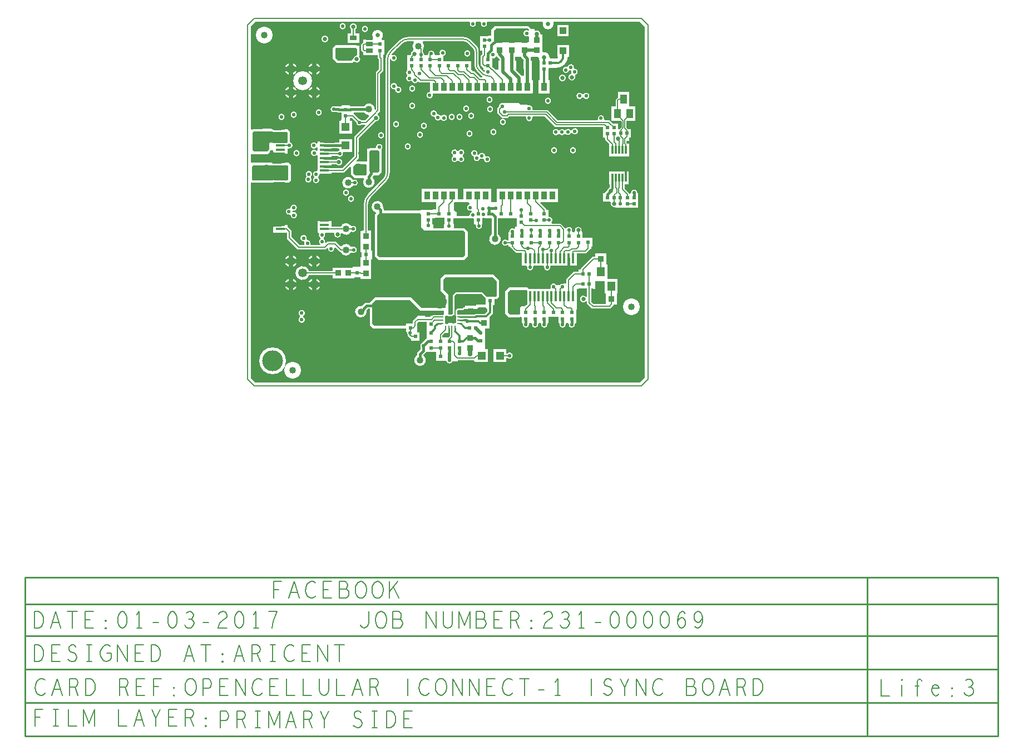
<source format=gbr>
G04 ================== begin FILE IDENTIFICATION RECORD ==================*
G04 Layout Name:  Fb_Connect1_SYNC_Life-3.brd*
G04 Film Name:    TOP.gbr*
G04 File Format:  Gerber RS274X*
G04 File Origin:  Cadence Allegro 16.6-2015-S065*
G04 Origin Date:  Tue Jan 03 17:02:02 2017*
G04 *
G04 Layer:  VIA CLASS/TOP*
G04 Layer:  PIN/TOP*
G04 Layer:  ETCH/TOP*
G04 Layer:  DRAWING FORMAT/L1*
G04 Layer:  DRAWING FORMAT/FILM_LABEL_OUTLINE*
G04 Layer:  BOARD GEOMETRY/OUTLINE*
G04 *
G04 Offset:    (0.000 0.000)*
G04 Mirror:    No*
G04 Mode:      Positive*
G04 Rotation:  0*
G04 FullContactRelief:  No*
G04 UndefLineWidth:     6.000*
G04 ================== end FILE IDENTIFICATION RECORD ====================*
%FSLAX25Y25*MOIN*%
%IR0*IPPOS*OFA0.00000B0.00000*MIA0B0*SFA1.00000B1.00000*%
%ADD31R,.066929X.07874*%
%ADD24R,.11X.055*%
%ADD17R,.02X.68*%
%ADD13C,.125*%
%ADD20C,.208661*%
%ADD34C,.314961*%
%ADD27R,.008661X.014173*%
%ADD28R,.008661X.015748*%
%ADD30R,.027559X.009843*%
%ADD29R,.009843X.027559*%
%ADD15R,.055X.016*%
%ADD12C,.04*%
%ADD10C,.022*%
%ADD21R,.036X.037*%
%ADD25R,.059X.051*%
%ADD18R,.037X.036*%
%ADD11C,.025*%
%ADD23R,.075X.055*%
%ADD22R,.039X.028*%
%ADD14C,.053*%
%ADD38R,.039X.055*%
%ADD36R,.02X.02*%
%ADD26R,.035433X.05*%
%ADD37R,.012X.047244*%
%ADD16R,.021X.021*%
%ADD35R,.047244X.055118*%
%ADD19R,.047244X.047244*%
%ADD33R,.03937X.03937*%
%ADD32R,.017717X.059055*%
%ADD39C,.005*%
%ADD40C,.009*%
%ADD41C,.0055*%
%ADD42C,.01*%
%ADD43C,.02*%
%ADD44C,.012*%
%ADD45C,.014*%
%ADD46C,.015*%
%ADD47C,.006*%
%ADD49R,.069374X.069374*%
%ADD53C,.100004*%
%ADD52C,.113004*%
%ADD54C,.160004*%
%ADD50C,.041004*%
%ADD51C,.073004*%
%ADD48C,.038004*%
G75*
%LPD*%
G75*
G36*
G01X4829Y218000D02*
X133048D01*
G02X133416Y217443I0J-400D01*
G03X136914I1749J-743D01*
G02X137282Y218000I368J156D01*
G01X139629D01*
G02X139997Y217443I0J-400D01*
G03X143495I1749J-743D01*
G02X143863Y218000I368J156D01*
G01X176662D01*
G02X177050Y217501I0J-400D01*
G03X183350I3150J-801D01*
G02X183738Y218000I388J99D01*
G01X235171D01*
X238000Y215171D01*
Y4829D01*
X235171Y2000D01*
X4829D01*
X2000Y4829D01*
Y121512D01*
G02X2683Y121795I400J0D01*
G01X2779Y121700D01*
X15568D01*
Y121650D01*
X24069D01*
Y121700D01*
X24721D01*
X26000Y122979D01*
Y132221D01*
X24521Y133700D01*
X24069D01*
Y133750D01*
X15568D01*
Y133700D01*
X13919D01*
Y133780D01*
X8818D01*
Y133700D01*
X2979D01*
X2978Y133700D01*
X2000D01*
Y138800D01*
X3378D01*
X3379Y138800D01*
X12321D01*
X14432Y140910D01*
X15568D01*
Y139150D01*
X24069D01*
Y141805D01*
G02X24613Y142178I400J0D01*
G03X25662Y145815I687J1772D01*
G01X25500Y145847D01*
Y152321D01*
X24021Y153800D01*
X14419D01*
Y153980D01*
X9318D01*
Y153800D01*
X3079D01*
X2683Y153405D01*
G02X2000Y153688I-283J283D01*
G01Y215171D01*
X4829Y218000D01*
G37*
G36*
G01X24069Y123750D02*
X15568D01*
Y123200D01*
X15362D01*
X3400Y123200D01*
X2900Y123700D01*
Y131500D01*
X3600Y132200D01*
X14762D01*
X15568Y132200D01*
Y131650D01*
X24069D01*
Y131682D01*
X24316Y131784D01*
X24500Y131600D01*
Y123600D01*
X24410Y123510D01*
G02X24069Y123652I-141J141D01*
G01Y123750D01*
G37*
G36*
G01X11700Y140300D02*
X4000D01*
X3100Y141200D01*
Y151700D01*
X3700Y152300D01*
X15225D01*
X15325Y152200D01*
X15568D01*
Y151650D01*
X24000D01*
Y146250D01*
X15568D01*
Y145700D01*
X13600D01*
X13000Y145100D01*
Y141600D01*
X11700Y140300D01*
G37*
%LPC*%
G75*
G36*
G01X203563Y58450D02*
X198530D01*
Y58000D01*
X197429D01*
Y49130D01*
X197380D01*
Y45780D01*
X197019D01*
Y37580D01*
X196718D01*
G03X196327Y37096I0J-400D01*
G02X192610I-1858J-396D01*
G03X192219Y37580I-391J83D01*
G01X191218D01*
G03X190827Y37096I0J-400D01*
G02X187110I-1858J-396D01*
G03X186719Y37580I-391J83D01*
G01X186418D01*
Y41320D01*
X180519D01*
Y37580D01*
X180218D01*
G03X179827Y37096I0J-400D01*
G02X176110I-1858J-396D01*
G03X175719Y37580I-391J83D01*
G01X174718D01*
G03X174327Y37096I0J-400D01*
G02X170610I-1858J-396D01*
G03X170219Y37580I-391J83D01*
G01X169218D01*
G03X168827Y37096I0J-400D01*
G02X165110I-1858J-396D01*
G03X164719Y37580I-391J83D01*
G01X164418D01*
Y41031D01*
G03X163736Y41314I-400J0D01*
G01X163621Y41200D01*
X156779D01*
X154500Y43479D01*
Y56421D01*
X156979Y58900D01*
X167821D01*
X168686Y58036D01*
X181461D01*
G03X181816Y58621I0J400D01*
G02X185237Y60270I1684J879D01*
G01X187066D01*
G02X189180Y61139I1634J-970D01*
G01X189204Y61132D01*
X189430D01*
Y61210D01*
X191209D01*
Y63912D01*
X195572Y68275D01*
X198548D01*
Y69550D01*
X199823D01*
Y70227D01*
X206872Y77275D01*
X208372D01*
Y79300D01*
X215072D01*
Y72587D01*
X215681D01*
Y63925D01*
X221980D01*
Y55413D01*
X221566D01*
Y48700D01*
X219491D01*
Y48387D01*
X217528Y46425D01*
X206472D01*
X203563Y49333D01*
Y50301D01*
G03X202871Y50573I-400J0D01*
G02Y53367I-1500J1397D01*
G03X203563Y53640I293J273D01*
G01Y58450D01*
G37*
G36*
G01X180631Y183100D02*
X181103D01*
Y175100D01*
X174559D01*
Y183100D01*
X175030D01*
Y189630D01*
G02X175198Y190585I2800J0D01*
G01X175210Y190618D01*
Y192382D01*
X175198Y192415D01*
G02X175030Y193370I2632J955D01*
G01Y194981D01*
G02X174583Y196514I2800J1650D01*
G03X174183Y196900I-400J-14D01*
G01X170012D01*
G03X169870Y196559I0J-200D01*
G01X169929Y196499D01*
Y194650D01*
X170479D01*
Y189580D01*
X170500D01*
Y183100D01*
X171103D01*
Y175100D01*
X111491D01*
G03X111110Y174578I0J-400D01*
G02X109183Y175897I-1810J-578D01*
G03X109559Y176296I-25J399D01*
G01Y181625D01*
X103272D01*
X102752Y182144D01*
G03X102127Y182068I-283J-283D01*
G02X98699Y182444I-1627J982D01*
G03X98090Y182644I-379J-128D01*
G02X95720Y185604I-1090J1556D01*
G03Y186196I-269J296D01*
G02X95780Y189057I1280J1404D01*
G01Y198002D01*
X97598D01*
X98061Y198465D01*
X98055Y198556D01*
G02X99460Y200648I2045J144D01*
G03X99652Y201271I-125J380D01*
G02X99763Y205666I2778J2129D01*
G03X99458Y206325I-305J259D01*
G01X96215D01*
G03X92653Y204850I0J-5037D01*
G01X86850Y199047D01*
G03X86520Y198683I3562J-3562D01*
G03X86981Y198059I309J-254D01*
G02X85810Y196099I719J-1759D01*
G01X85413Y196102D01*
G03X85375Y195486I4999J-617D01*
G01Y127607D01*
G02X83087Y122084I-7811J0D01*
G01X74280Y113277D01*
G03X72275Y108436I4841J-4841D01*
G01Y92900D01*
X74300D01*
Y80900D01*
X74700D01*
Y75800D01*
X74300D01*
Y64092D01*
X67700D01*
Y64992D01*
X64000D01*
Y64242D01*
X51200D01*
Y66267D01*
X37018D01*
G02Y68818I-3949J1275D01*
G01X51200D01*
Y70843D01*
X63300D01*
Y71300D01*
X67700D01*
Y76893D01*
X68450D01*
Y80100D01*
X67700D01*
Y92900D01*
X69725D01*
Y108436D01*
G02X72477Y115081I9397J0D01*
G01X81284Y123887D01*
G03X82825Y127607I-3720J3720D01*
G01Y195485D01*
G02X85047Y200850I7587J0D01*
G01X90850Y206653D01*
G02X96215Y208875I5365J-5365D01*
G01X129650D01*
G02X134052Y207052I0J-6226D01*
G01X137188Y203915D01*
G02X138606Y200492I-3423J-3423D01*
G01Y192344D01*
G03X139487Y190216I3009J0D01*
G01X141631Y188072D01*
G03X142312Y188311I283J283D01*
G02X142380Y188646I1888J-211D01*
G03X141997Y189161I-383J115D01*
G01X141581D01*
Y190433D01*
X139825Y192189D01*
Y197628D01*
X140756Y198559D01*
Y200680D01*
X139480D01*
Y209520D01*
X144560D01*
Y209750D01*
X146200D01*
Y213321D01*
X148379Y215500D01*
X168621D01*
X170322Y213800D01*
X172000D01*
Y212924D01*
G03X172585Y212569I400J0D01*
G02X175577Y210876I946J-1819D01*
G03X175976Y210500I399J25D01*
G01X176831D01*
Y200231D01*
G03X177297Y199837I400J0D01*
G02X181079Y196514I534J-3206D01*
G03X181481Y196100I400J-14D01*
G02X181501Y196100I24J-2800D01*
G01X185521D01*
G03X186111Y196345I0J835D01*
G03X186237Y196490I-938J938D01*
G03X185916Y197129I-321J239D01*
G01X185831D01*
Y204066D01*
X192769D01*
Y197129D01*
X192101D01*
X192092Y196939D01*
G02X190071Y192385I-6918J344D01*
G02X185521Y190500I-4551J4551D01*
G01X181501D01*
G02X181054Y190536I0J2800D01*
G03X180595Y190077I-64J-395D01*
G02X180631Y189630I-2764J-447D01*
G01Y183100D01*
G37*
G36*
G01X160600Y95300D02*
X161480D01*
Y100500D01*
X160381D01*
Y100412D01*
X155700D01*
Y100400D01*
X154400D01*
Y100412D01*
X150119D01*
Y90931D01*
G02X146618I-1750J-3031D01*
G01Y100412D01*
X142105D01*
G03X141680Y100708I-387J-102D01*
G02X141319I-181J1892D01*
G03X140881Y100310I-38J-398D01*
G01Y96672D01*
X140627D01*
Y96440D01*
X140636Y96410D01*
G02X136968Y96193I-1806J-591D01*
G03X136576Y96672I-392J79D01*
G01X135781D01*
Y100007D01*
G03X135349Y100406I-400J0D01*
G02X134871Y100429I-149J1894D01*
G01X134768Y100447D01*
X134621Y100300D01*
X125079D01*
X124966Y100412D01*
X124500D01*
Y100400D01*
X123381D01*
Y96870D01*
X123880D01*
Y94500D01*
X130121D01*
X132115Y92507D01*
Y77693D01*
X129921Y75500D01*
X107877D01*
Y75290D01*
X101276D01*
Y75500D01*
X100327D01*
Y75477D01*
X91426D01*
Y75500D01*
X78679D01*
X76400Y77779D01*
Y102553D01*
X77079Y103232D01*
G03X76918Y103896I-283J283D01*
G02X81392Y106431I1066J3334D01*
G01X81367Y106322D01*
X81727Y105963D01*
Y105000D01*
X103760D01*
Y105430D01*
X105868D01*
Y105513D01*
X111190D01*
Y105840D01*
X112340D01*
Y105800D01*
X113000D01*
Y110100D01*
X104559D01*
Y118100D01*
X126103D01*
Y111900D01*
X129559D01*
Y118100D01*
X146103D01*
Y110100D01*
X149559D01*
Y118100D01*
X186103D01*
Y110100D01*
X175824D01*
G03X175541Y109417I0J-400D01*
G01X179194Y105764D01*
Y105513D01*
X180469D01*
Y101520D01*
G03X180888Y101121I400J0D01*
G02X182304Y97862I90J-1898D01*
G03X182583Y97175I279J-286D01*
G01X187928D01*
X190651Y94453D01*
G03X191246Y94486I283J283D01*
G02X194518Y92656I1485J-1186D01*
G03X194895Y92120I376J-136D01*
G01X195281D01*
Y92000D01*
X195780D01*
Y92120D01*
X196008D01*
G03X196387Y92648I0J400D01*
G02X200274I1944J652D01*
G03X200654Y92120I379J-127D01*
G01X200881D01*
Y88700D01*
X202500D01*
Y88542D01*
X206830D01*
Y83442D01*
X206320D01*
Y81930D01*
X205533D01*
X202978Y79375D01*
X197429D01*
Y71964D01*
X181894D01*
G03X181511Y71451I0J-400D01*
G02X177867I-1822J-540D01*
G03X177484Y71964I-384J114D01*
G01X171669D01*
G03X171283Y71457I0J-400D01*
G02X167622I-1831J-510D01*
G03X167237Y71964I-385J107D01*
G01X164508D01*
Y79625D01*
X161072D01*
X159772Y80925D01*
X159759D01*
X157656Y83028D01*
Y83280D01*
X156380D01*
Y84555D01*
X156026D01*
X155966Y84486D01*
G02X155790Y87155I-1435J1246D01*
G01X155847Y87105D01*
X156380D01*
Y92120D01*
X156631D01*
G03X157031Y92517I0J400D01*
G02X159979Y94085I1900J-17D01*
G03X160600Y94418I221J334D01*
G01Y95300D01*
G37*
G36*
G01X42068Y142444D02*
G03X41359Y142698I-400J0D01*
G02Y145103I-1471J1203D01*
G03X42068Y145356I310J253D01*
G01Y146250D01*
X50569D01*
Y145850D01*
X55106D01*
Y147812D01*
X62831D01*
Y140088D01*
X57579D01*
G03X57200Y139559I0J-400D01*
G02X53991Y137675I-1800J-609D01*
G01X50569D01*
Y135225D01*
X53345D01*
G02Y132675I1605J-1275D01*
G01X50569D01*
Y130225D01*
X56922D01*
X64165Y137468D01*
Y149281D01*
X70726Y155842D01*
G03X70443Y156525I-283J283D01*
G01X68609D01*
G02X65300Y157813I-1409J1275D01*
G01X65300Y157896D01*
X62680Y160516D01*
X61519D01*
Y159242D01*
X61500D01*
Y158836D01*
X62831D01*
Y151111D01*
X55106D01*
Y158836D01*
X56300D01*
Y159300D01*
X56418D01*
Y163782D01*
X53993D01*
X53895Y163880D01*
X52511D01*
X52475Y163866D01*
G02Y167395I-705J1765D01*
G01X52511Y167381D01*
X55345D01*
X55443Y167282D01*
X56418D01*
Y168082D01*
X61519D01*
Y167350D01*
X69937D01*
G02X76460Y165360I3031J-1750D01*
G01X76454Y165269D01*
X76660Y165063D01*
X77025Y165428D01*
Y187728D01*
X78925Y189628D01*
Y195572D01*
X78225Y196272D01*
Y198280D01*
X77700D01*
Y198100D01*
X76449D01*
Y197912D01*
X69549D01*
Y199534D01*
X68125Y200958D01*
Y204428D01*
X69549Y205852D01*
Y207453D01*
X75047D01*
G03X75378Y208077I0J400D01*
G02X80534Y207781I2691J1823D01*
G03X80837Y207120I303J-261D01*
G01X82050D01*
Y198280D01*
X81500D01*
Y196400D01*
X81475D01*
Y188572D01*
X79575Y186672D01*
Y164372D01*
X78072Y162869D01*
G03X78157Y162238I283J-283D01*
G02X76999Y158411I-1014J-1782D01*
G01X76908Y158418D01*
X66715Y148225D01*
Y136412D01*
X65386Y135083D01*
G03X65669Y134400I283J-283D01*
G01X71712D01*
Y137900D01*
X71751D01*
Y141900D01*
X72779D01*
X73279Y142400D01*
X76777D01*
G03X77176Y142835I0J400D01*
G02X80378Y141623I1893J165D01*
G03X80371Y141051I276J-290D01*
G01X80600Y140821D01*
Y127879D01*
X78921Y126200D01*
X76006D01*
X75094Y125288D01*
G03X75116Y124702I283J-283D01*
G02X69854Y123890I-2285J-2652D01*
G03X69513Y124500I-340J210D01*
G01X64279D01*
X62100Y126679D01*
Y130831D01*
G03X61417Y131114I-400J0D01*
G01X57978Y127675D01*
X50569D01*
Y126650D01*
X43208D01*
X43187Y126474D01*
G02X42491Y125219I-1887J226D01*
G03X42473Y124610I251J-312D01*
G02X40009Y124681I-1273J-1410D01*
G03X40027Y125290I-251J312D01*
G02X41604Y128576I1273J1411D01*
G03X42068Y128970I64J395D01*
G01Y137916D01*
G03X41378Y138192I-400J0D01*
G02Y140808I-1378J1308D01*
G03X42068Y141084I290J275D01*
G01Y142444D01*
G37*
G36*
G01X200752Y172661D02*
G02Y174539I-1652J939D01*
G03X201448I348J198D01*
G02Y172661I1652J-939D01*
G03X200752I-348J-198D01*
G37*
G36*
G01X186428Y150771D02*
G02Y153029I-1528J1129D01*
G03X187072I322J238D01*
G02X190022Y153161I1528J-1129D01*
G03X190648Y153196I299J265D01*
G02X193831Y153074I1552J-1096D01*
G03X194544Y153127I343J205D01*
G02X194669Y151426I1756J-727D01*
G03X193956Y151373I-343J-205D01*
G02X190778Y150839I-1756J727D01*
G03X190152Y150804I-299J-265D01*
G02X187072Y150771I-1552J1096D01*
G03X186428I-322J-238D01*
G37*
G36*
G01X125852Y134861D02*
G02X123261Y137452I-1652J939D01*
G03Y138148I-198J348D01*
G02X125852Y140739I939J1652D01*
G03X126548I348J198D01*
G02X129139Y138148I1652J-939D01*
G03Y137452I198J-348D01*
G02X126548Y134861I-939J-1652D01*
G03X125852I-348J-198D01*
G37*
G36*
G01X31328Y84275D02*
X33865D01*
G03X34236Y84824I0J400D01*
G02X34182Y86084I1764J707D01*
G03X33794Y86600I-383J116D01*
G02X35587Y87948I-25J1900D01*
G03X35975Y87432I383J-116D01*
G02X37764Y84824I25J-1900D01*
G03X38135Y84275I371J-149D01*
G01X43292D01*
G03X43554Y84977I0J400D01*
G02X43771Y88010I1246J1435D01*
G03X43766Y88686I-217J336D01*
G02X43038Y91085I1003J1614D01*
G03X42674Y91650I-364J165D01*
G01X42068D01*
Y98750D01*
X50569D01*
Y95225D01*
X55909D01*
G02X62207Y95687I3260J-1275D01*
G03X62478Y95612I174J99D01*
G02Y92288I922J-1662D01*
G03X62207Y92213I-97J-175D01*
G02X56632Y91538I-3039J1737D01*
G01X56573Y91600D01*
X56039D01*
Y91368D01*
X56048Y91338D01*
G02X52093Y91118I-1949J-638D01*
G03X51701Y91600I-392J82D01*
G01X50100D01*
Y91650D01*
X46863D01*
G03X46499Y91085I0J-400D01*
G02X45797Y88702I-1731J-785D01*
G03X45803Y88026I217J-336D01*
G02X46675Y86104I-1003J-1614D01*
G03X47353Y85756I395J-65D01*
G01X47972Y86375D01*
X52928D01*
X55757Y83546D01*
G03X56361Y83590I283J283D01*
G02X62184Y83277I2808J-2090D01*
G03X62732Y83136I345J203D01*
G02Y79864I967J-1636D01*
G03X62184Y79723I-204J-344D01*
G02X55909Y80225I-3016J1777D01*
G01X55472D01*
X52697Y83000D01*
X52514D01*
G03X52123Y82513I0J-400D01*
G02X48370Y82184I-1855J-413D01*
G03X47688Y82484I-400J18D01*
G01X46928Y81725D01*
X30272D01*
X23825Y88172D01*
Y91650D01*
X15568D01*
Y96250D01*
X24069D01*
Y95228D01*
X26375Y92922D01*
Y89228D01*
X31328Y84275D01*
G37*
G36*
G01X33539Y41252D02*
G02X31661I-939J-1652D01*
G03Y41948I-198J348D01*
G02X33539I939J1652D01*
G03Y41252I198J-348D01*
G37*
G36*
G01X155806Y16755D02*
X155747Y16815D01*
X155251D01*
Y14227D01*
X147526D01*
Y21952D01*
X155251D01*
Y19365D01*
X155747D01*
X155806Y19424D01*
G02Y16755I1353J-1335D01*
G37*
G36*
G01X26001Y102125D02*
G03X25480Y102490I-400J-16D01*
G02X25401Y106133I-580J1810D01*
G03X25906Y106550I106J386D01*
G02X27299Y104867I1894J150D01*
G03X26794Y104450I-106J-386D01*
G02X26799Y104375I-1894J-149D01*
G03X27320Y104010I400J16D01*
G02X26001Y102125I580J-1810D01*
G37*
G36*
G01X234103Y115088D02*
X234311D01*
Y106588D01*
X225300D01*
Y106650D01*
X220850D01*
Y106710D01*
G03X220362Y107100I-400J0D01*
G02X217947Y109686I-450J2000D01*
G03X217564Y110200I-383J114D01*
G01X217412D01*
Y110312D01*
X213289D01*
Y115312D01*
X214039D01*
Y115542D01*
X215779Y117282D01*
X215793Y117333D01*
G02X217134Y118748I1980J-533D01*
G01X217272Y118794D01*
Y120691D01*
X216787D01*
Y128416D01*
X226800D01*
Y128500D01*
X228400D01*
Y120700D01*
X226893D01*
Y120691D01*
X226057D01*
Y118146D01*
X229115Y115088D01*
X229520D01*
G03X229918Y115523I0J400D01*
G02X233704I1893J166D01*
G03X234103Y115088I398J-35D01*
G37*
G36*
G01X63364Y123410D02*
G03X63618Y123332I171J103D01*
G02Y119868I782J-1732D01*
G03X63364Y119790I-82J-182D01*
G02Y123410I-2996J1811D01*
G37*
G36*
G01X35370Y125049D02*
G03X35422Y125605I-259J305D01*
G02X38130Y125351I1478J1195D01*
G03X38078Y124795I259J-305D01*
G02X35370Y125049I-1478J-1195D01*
G37*
G36*
G01X135715Y136977D02*
G03X135450Y137481I-381J121D01*
G02X137810Y138723I551J1819D01*
G03X138076Y138219I381J-121D01*
G02X138286Y138141I-550J-1819D01*
G03X138821Y138367I160J367D01*
G02X142496Y137828I1779J-667D01*
G03X143035Y137480I399J27D01*
G02X141804Y135572I665J-1780D01*
G03X141265Y135920I-399J-27D01*
G02X139839Y135959I-665J1780D01*
G03X139304Y135733I-160J-367D01*
G02X135715Y136977I-1779J667D01*
G37*
G36*
G01X163672Y168325D02*
X167490D01*
G02X167838Y168122I0J-400D01*
G03X168320Y167943I348J198D01*
G02X170796Y165676I637J-1790D01*
G03X171184Y165175I387J-100D01*
G01X179937D01*
X186037Y159075D01*
X209813D01*
G03X210190Y159609I0J400D01*
G02X213770I1790J638D01*
G03X214147Y159075I377J-134D01*
G01X217127D01*
X219114Y157088D01*
X222311D01*
Y153706D01*
X223402D01*
X224570Y154874D01*
Y158369D01*
X224089Y158850D01*
X218250D01*
Y167350D01*
X220950D01*
Y171286D01*
X222000Y172336D01*
Y176050D01*
X228900D01*
Y167350D01*
X232650D01*
Y158850D01*
X227070D01*
Y154558D01*
X227923Y153706D01*
X229912D01*
Y148705D01*
X228860D01*
Y146680D01*
X227040D01*
Y145341D01*
X227272Y145109D01*
X228862D01*
Y137384D01*
X216787D01*
Y144909D01*
X214536Y147161D01*
Y147870D01*
X214050D01*
Y148588D01*
X213311D01*
Y155025D01*
X184572D01*
X178322Y161275D01*
X171170D01*
G03X170785Y160766I0J-400D01*
G02X167129I-1828J-518D01*
G03X166744Y161275I-385J109D01*
G01X156978D01*
X156228Y160525D01*
X152472D01*
X149783Y163213D01*
Y166311D01*
X150838Y167366D01*
X150838Y167450D01*
G02X153606Y169153I1900J13D01*
G03X154107Y169267I183J356D01*
G02X154426Y169425I319J-242D01*
G01X162572D01*
X163672Y168325D01*
G37*
G36*
G01X115752Y161796D02*
G03X116378Y161761I327J231D01*
G02X116248Y159404I1422J-1261D01*
G03X115622Y159439I-327J-231D01*
G02X112302Y160790I-1422J1261D01*
G03X111867Y161207I-400J19D01*
G02X113598Y163010I-167J1893D01*
G03X114033Y162593I400J-19D01*
G02X115752Y161796I167J-1893D01*
G37*
G36*
G01X89699Y179554D02*
G03X90169Y179171I400J11D01*
G02X88601Y177246I331J-1871D01*
G03X88131Y177629I-400J-11D01*
G02X89699Y179554I-331J1871D01*
G37*
G36*
G01X196616Y186171D02*
G03X196357Y185630I109J-385D01*
G02X194022Y186832I-1888J-799D01*
G03X194312Y187358I-87J390D01*
G02X194236Y188372I1789J642D01*
G03X193845Y188850I-392J78D01*
G02X193241Y188950I5J1900D01*
G03X192728Y188681I-128J-379D01*
G02X191509Y191000I-1828J519D01*
G03X192022Y191269I128J379D01*
G02X195714Y190378I1828J-519D01*
G03X196105Y189900I392J-78D01*
G02X196616Y186171I-5J-1900D01*
G37*
G36*
G01X64152Y194148D02*
G03X63870Y194148I-141J-142D01*
G01X63021Y193300D01*
X53879D01*
X51300Y195879D01*
Y202521D01*
X52779Y204000D01*
X65621D01*
X65909Y203712D01*
X67001D01*
Y202621D01*
X67300Y202321D01*
Y197579D01*
X66911Y197189D01*
X67052Y197048D01*
G02X64152Y194148I-1452J-1448D01*
G37*
G36*
G01X64826Y213395D02*
Y211193D01*
X67001D01*
Y205392D01*
X60100D01*
Y211193D01*
X62275D01*
Y213395D01*
G02X64826I1275J1605D01*
G37*
G36*
G01X145223Y40990D02*
X145277D01*
Y34390D01*
X142400D01*
Y30000D01*
X142357D01*
Y24990D01*
X142480D01*
Y21952D01*
X144227D01*
Y14227D01*
X136503D01*
Y14670D01*
X135860D01*
Y15325D01*
X126090D01*
Y14670D01*
X123043D01*
G02X119250Y14854I-1866J720D01*
G01X119209Y15000D01*
X117600D01*
Y15028D01*
X113129D01*
Y20270D01*
X107626D01*
Y20300D01*
X107094D01*
X105580Y18786D01*
G03X105622Y18184I283J-283D01*
G02X101764Y18421I-2108J-2795D01*
G01Y19921D01*
X103684Y21840D01*
Y23224D01*
X103669Y23260D01*
G02X104685Y25712I1765J705D01*
G01X104720Y25727D01*
X107303Y28310D01*
X107626D01*
Y29140D01*
X107497D01*
Y38525D01*
X102597D01*
X101844Y37772D01*
Y35472D01*
X101655Y35283D01*
G03X101900Y34602I283J-283D01*
G01Y32110D01*
X103227D01*
Y27010D01*
X98126D01*
Y28170D01*
X96325Y29972D01*
Y30289D01*
X96265Y30348D01*
G02X95705Y31840I1335J1352D01*
G03X95306Y32270I-399J29D01*
G01X95126D01*
Y34400D01*
X75447D01*
X73468Y36379D01*
Y46337D01*
X72381D01*
X71451Y45407D01*
X71476Y45299D01*
G02X68867Y47908I-3408J-799D01*
G01X68976Y47882D01*
X70931Y49838D01*
X73468D01*
Y50121D01*
X76347Y53000D01*
X98090D01*
X104500Y46590D01*
X118300D01*
Y46700D01*
X118876D01*
Y53968D01*
X115876Y56968D01*
Y64211D01*
X118255Y66590D01*
X145255D01*
X147498Y66590D01*
X150877Y63211D01*
Y53468D01*
X149352Y51944D01*
X148065D01*
Y48340D01*
X147115D01*
Y43365D01*
X145081Y41331D01*
G03X145223Y40990I141J-141D01*
G37*
G54D49*
X189300Y212802D03*
G54D53*
X230000Y47400D03*
X10000Y210000D03*
X27300Y9300D03*
G54D52*
X33068Y182858D03*
G54D54*
X15000Y15000D03*
G54D50*
X188968Y184400D03*
X46500Y207800D03*
G54D51*
X40076Y189865D03*
Y175850D03*
Y74550D03*
Y60535D03*
X26061Y189865D03*
Y175850D03*
Y74550D03*
Y60535D03*
G54D48*
X195190Y140988D03*
X180000Y170612D03*
X183968Y140988D03*
X145000Y171300D03*
X153100Y158200D03*
X147631Y151931D03*
X145481Y165600D03*
X134000Y161800D03*
X131100Y166000D03*
X127200Y161200D03*
X133200Y150900D03*
X122600Y161200D03*
X98700Y178200D03*
Y167700D03*
X105800Y155820D03*
X96235Y143235D03*
X103382Y150462D03*
X89000Y156800D03*
X80136Y150100D03*
X70500Y213600D03*
X62005Y112125D03*
X59300Y115753D03*
X57224Y215224D03*
X42717Y163783D03*
X27724Y162500D03*
X29500Y139500D03*
X20500Y161000D03*
%LPD*%
G75*
G36*
G01X50569Y140225D02*
Y142350D01*
X54281D01*
X54431Y142200D01*
X55106D01*
Y140834D01*
X54953Y140797D01*
G03X53991Y140225I447J-1847D01*
G01X50569D01*
G37*
G36*
G01X65800Y198200D02*
X65214Y197614D01*
X65158Y197602D01*
G03X63598Y196042I443J-2002D01*
G01X63586Y195986D01*
X62400Y194800D01*
X54500D01*
X52800Y196500D01*
Y201900D01*
X53400Y202500D01*
X65000D01*
X65800Y201700D01*
Y198200D01*
G37*
G36*
G01X64900Y126000D02*
X63600Y127300D01*
Y131500D01*
X65000Y132900D01*
X67972D01*
Y132800D01*
X71100D01*
X71500Y132400D01*
Y126900D01*
X70600Y126000D01*
X64900D01*
G37*
G36*
G01X79100Y140200D02*
Y128500D01*
X78300Y127700D01*
X74100D01*
X73300Y128500D01*
Y140300D01*
X73900Y140900D01*
X78400D01*
X79100Y140200D01*
G37*
G36*
G01X69937Y163850D02*
G03X72761Y162106I3031J1750D01*
G02X73020Y161424I-24J-399D01*
G01X70672Y159075D01*
X68609D01*
G03X67187Y159700I-1409J-1275D01*
G01X67104Y159700D01*
X63800Y163003D01*
Y163850D01*
X69937D01*
G37*
G36*
G01X76068Y35900D02*
X74968Y37000D01*
Y49500D01*
X76968Y51500D01*
X97468D01*
X103879Y45090D01*
X117677D01*
X117877Y44890D01*
Y42890D01*
X117485Y42498D01*
X113987D01*
Y42481D01*
X111370D01*
X110979Y42090D01*
X102158D01*
X99168Y39100D01*
Y37500D01*
X95968D01*
X95838Y37370D01*
X95126D01*
Y36658D01*
X94368Y35900D01*
X76068D01*
G37*
G36*
G01X129300Y77000D02*
X79300D01*
X77900Y78400D01*
Y101932D01*
X79468Y103500D01*
X103200D01*
X104100Y102600D01*
Y95100D01*
X106200Y93000D01*
X129500D01*
X130615Y91886D01*
Y78314D01*
X129300Y77000D01*
G37*
G36*
G01X139828Y184575D02*
X136128Y188275D01*
X134700D01*
Y189100D01*
X134181D01*
Y194262D01*
X119200D01*
Y194300D01*
X117569D01*
Y197553D01*
X117705Y197599D01*
G03X115388Y198575I-605J1801D01*
G02X115028Y198002I-360J-174D01*
G01X112546D01*
G02X112155Y198488I0J400D01*
G03X108400Y198887I-1855J412D01*
G01X108400Y198804D01*
X108243Y198647D01*
Y198002D01*
X106329D01*
G02X105929Y198419I0J400D01*
G03X105306Y199909I-1898J81D01*
G01Y201403D01*
X105340Y201453D01*
G03X105098Y205666I-2909J1947D01*
G02X105403Y206325I305J259D01*
G01X129650D01*
G02X132248Y205248I0J-3675D01*
G01X135385Y202112D01*
G02X136056Y200492I-1620J-1620D01*
G01Y192344D01*
G03X137684Y188413I5559J0D01*
G01X140549Y185548D01*
G03X140839Y185283I2952J2952D01*
G02X140584Y184575I-255J-308D01*
G01X139828D01*
G37*
G36*
G01X116952Y29110D02*
Y30248D01*
X118535Y31831D01*
X121386D01*
Y29989D01*
X120507Y29110D01*
X116952D01*
G37*
G36*
G01X118343Y37588D02*
Y41234D01*
X119480Y42372D01*
X120262Y41590D01*
X123291D01*
X124177Y42476D01*
Y53976D01*
X125291Y55090D01*
X140462D01*
X142964Y52588D01*
Y48580D01*
X137320D01*
Y47990D01*
X130376D01*
Y47090D01*
X129462D01*
X128862Y46490D01*
X125862D01*
X124820Y45447D01*
Y42326D01*
X125010Y42135D01*
Y37588D01*
X118343D01*
G37*
G36*
G01X120385Y42882D02*
X120377Y42890D01*
Y54590D01*
X117377Y57590D01*
Y63590D01*
X118877Y65090D01*
X145876D01*
X145877Y65090D01*
X146876D01*
X149377Y62590D01*
Y54090D01*
X148731Y53444D01*
X143523D01*
X140877Y56090D01*
X124877D01*
X123177Y54390D01*
Y43057D01*
G03X122505Y42590I723J-1757D01*
G01X120796D01*
G03X120385Y42882I-1296J-1390D01*
G37*
G36*
G01X111450Y94500D02*
Y96850D01*
X110969D01*
Y100450D01*
X112390D01*
Y100581D01*
X117381D01*
Y100600D01*
X118281D01*
Y96590D01*
X117870D01*
Y94500D01*
X111450D01*
G37*
G36*
G01X134004Y104905D02*
G02X134500Y104516I96J-388D01*
G01Y104067D01*
G03X133302Y102217I700J-1767D01*
G02X132902Y101800I-400J-17D01*
G01X125700D01*
X125400Y102100D01*
Y104200D01*
X125100Y104500D01*
X124700D01*
X123900Y105300D01*
Y109800D01*
X124200Y110100D01*
X132500D01*
X133100Y109500D01*
Y108602D01*
X132962Y108557D01*
G03X134004Y104905I588J-1807D01*
G37*
G36*
G01X125870Y42690D02*
X125820Y42740D01*
Y45033D01*
X126277Y45490D01*
X129277D01*
X129877Y46090D01*
X137377D01*
X138377Y47090D01*
X142877D01*
X143877Y46090D01*
Y44653D01*
X142414Y43190D01*
X137290D01*
G03X136143Y42706I0J-1600D01*
G01X127188D01*
G03X126984Y42692I0J-1500D01*
G01X126970Y42690D01*
X125870D01*
G37*
G36*
G01X167347Y49130D02*
G02X167488Y48788I0J-200D01*
G01X166400Y47700D01*
X164200D01*
X163600Y47100D01*
Y43300D01*
X163000Y42700D01*
X157400D01*
X156000Y44100D01*
Y55800D01*
X157600Y57400D01*
X167067D01*
Y49130D01*
X167347D01*
G37*
G36*
G01X147032Y190613D02*
X146681Y190965D01*
Y196238D01*
X146899D01*
X146917Y196235D01*
G03X147151Y196205I383J2065D01*
G03X149065Y197162I649J1095D01*
G03X149134Y197277I-1765J1138D01*
G02X149450Y197321I175J-97D01*
G01X151201Y195571D01*
Y194650D01*
X150651D01*
Y189400D01*
X149100D01*
Y189262D01*
G02X148759Y189121I-200J0D01*
G01X147266Y190613D01*
X147032D01*
G37*
G36*
G01X168800Y213200D02*
Y212822D01*
G02X168486Y212658I-200J0D01*
G03X168226Y209390I-1088J-1558D01*
G02X168800Y209030I174J-360D01*
G01Y206200D01*
X168200Y205600D01*
X148400D01*
X147700Y206300D01*
Y212700D01*
X149000Y214000D01*
X168000D01*
X168800Y213200D01*
G37*
G36*
G01X164510Y185680D02*
X164429Y185646D01*
X160866Y189208D01*
G02X161008Y189550I141J141D01*
G01X161048D01*
Y194650D01*
X160531D01*
Y197000D01*
X164030D01*
Y196741D01*
X165780Y194992D01*
G02X165638Y194650I-141J-141D01*
G01X165379D01*
Y189550D01*
X165929D01*
Y185680D01*
X164510D01*
G37*
G36*
G01X214865Y48975D02*
X207528D01*
X206114Y50390D01*
Y58450D01*
X207100D01*
Y58100D01*
X208500D01*
Y62700D01*
X214256D01*
Y55413D01*
X214865D01*
Y48975D01*
G37*
%LPC*%
G75*
G54D48*
X131950Y198900D03*
%LPD*%
G75*
G54D10*
X5400Y124800D03*
X5200Y146100D03*
Y142100D03*
X14537Y99900D03*
X14300Y95132D03*
X14537Y104900D03*
Y109900D03*
Y114900D03*
X24900Y104300D03*
X14537Y119900D03*
X13400Y124800D03*
X9400D03*
Y128800D03*
X13400D03*
X14537Y134900D03*
Y139900D03*
X11368Y137868D03*
X13500Y148600D03*
X9200Y150100D03*
Y146100D03*
Y142100D03*
X11868Y157932D03*
X15500Y158500D03*
X20500Y161000D03*
X38527Y13808D03*
X38500Y42900D03*
X32600Y43600D03*
Y39600D03*
X28047Y91100D03*
X36000Y85532D03*
X33768Y88500D03*
X40968Y110300D03*
Y115300D03*
X37968Y112800D03*
X27800Y106700D03*
X27900Y102200D03*
X29800Y125200D03*
X41200Y123200D03*
X36600Y123600D03*
X41300Y126700D03*
X36900Y126800D03*
X26000Y138000D03*
X37000D03*
X29500Y139500D03*
X40000D03*
X25300Y143950D03*
X39887Y143900D03*
X40500Y150900D03*
X32000Y161500D03*
X40500Y160000D03*
X36217Y155402D03*
X27724Y162500D03*
X49527Y13803D03*
X50269Y82100D03*
X44800Y86412D03*
X44768Y90300D03*
X51140Y104870D03*
X53700Y102500D03*
X51700Y131450D03*
X55737Y125316D03*
X52050Y126450D03*
X51900Y150300D03*
X51050Y141450D03*
X51750Y136450D03*
X55400Y138950D03*
X42717Y163783D03*
X54824Y162861D03*
X51900Y155300D03*
X51770Y165630D03*
X50250Y178660D03*
X56220Y178560D03*
X54824Y174476D03*
X57800Y187230D03*
X50501Y190500D03*
X56300Y198000D03*
X57224Y215224D03*
X63700Y81500D03*
X73700Y94100D03*
X68300Y93800D03*
X63400Y93950D03*
X65900Y112300D03*
X69800Y116200D03*
X59300Y115753D03*
X62005Y112125D03*
X67100Y131600D03*
Y127600D03*
X64400Y121600D03*
X69300Y148800D03*
X72605Y145850D03*
X67650Y139350D03*
X70800Y160800D03*
X66000Y153100D03*
X74700Y153700D03*
X67200Y157800D03*
X75700Y172800D03*
X70860Y178810D03*
X75705Y178905D03*
X65038Y190500D03*
X75370Y187320D03*
X60300Y197900D03*
X70500Y213600D03*
X89377Y42090D03*
X85377D03*
X81377D03*
X77377D03*
X89377Y38090D03*
X85377D03*
X81377D03*
X77377D03*
X88877Y66064D03*
X83677Y65990D03*
X78877Y66090D03*
X79977Y95890D03*
X84477Y91190D03*
X79977D03*
X89477D03*
Y96190D03*
X84477Y95890D03*
X79977Y100590D03*
X89477Y100890D03*
X84477Y100590D03*
X81700Y133400D03*
X88500Y133000D03*
X84200Y121200D03*
X80000Y117200D03*
X77300Y130400D03*
X81700Y140000D03*
X86700Y141100D03*
X80136Y150100D03*
X79068Y143000D03*
X77300Y138400D03*
Y134400D03*
X81700Y159800D03*
X80105Y153850D03*
X89000Y156800D03*
X81739Y182858D03*
X86600Y175900D03*
X86950Y169550D03*
X87800Y179500D03*
X90500Y177300D03*
X90300Y201100D03*
X76320Y191050D03*
X86500Y193000D03*
X77000Y195600D03*
X86515Y189985D03*
X87700Y196300D03*
X92000Y216600D03*
X86000Y209400D03*
X90200Y209700D03*
X100677Y22321D03*
X104868Y27900D03*
X97600Y31700D03*
X105434Y23965D03*
X103268Y37183D03*
X93377Y42090D03*
Y38090D03*
X94468Y66000D03*
X108177Y52743D03*
X104577Y69037D03*
X104300Y82500D03*
X94377Y86190D03*
X107500Y88700D03*
X104177Y86190D03*
X99477Y91190D03*
X94477D03*
X104177D03*
X99477Y96190D03*
X94477D03*
X99577Y86190D03*
X107400Y84700D03*
X108418Y96182D03*
X94477Y100890D03*
X99477D03*
X100518Y143999D03*
X103382Y150462D03*
X96235Y143235D03*
X98600Y154850D03*
X105800Y155820D03*
X98700Y173350D03*
X95200Y178100D03*
X109300Y174000D03*
X98700Y167700D03*
X97000Y184200D03*
X98700Y178200D03*
X100500Y183050D03*
X107200Y199900D03*
X96210Y201180D03*
X104031Y198500D03*
X97000Y187600D03*
X103300Y186900D03*
X102000Y216600D03*
X108300Y210200D03*
X103500Y210100D03*
X99487Y210187D03*
X115679Y10340D03*
X121177Y15390D03*
X119877Y30258D03*
X121177Y19321D03*
X123900Y41300D03*
X119500Y38200D03*
X123600Y38300D03*
X119500Y41200D03*
X112588Y48899D03*
X116076Y52857D03*
X126415Y53390D03*
X114831Y95792D03*
X120831Y95818D03*
X125500Y106000D03*
X125600Y109000D03*
X124200Y135800D03*
Y139800D03*
X119250Y151200D03*
X115250D03*
X111250D03*
X122600Y161200D03*
X117800Y160500D03*
X111700Y163100D03*
X114200Y160700D03*
X121000Y169800D03*
X117500Y173300D03*
X124500D03*
X117500Y169800D03*
X124500D03*
X121000Y173300D03*
X113500Y199500D03*
X120631D03*
X117100Y199400D03*
X110300Y198900D03*
X122000Y216600D03*
X112000D03*
X112900Y210100D03*
X121000Y210200D03*
X124500D03*
X117500Y210400D03*
X127177Y19321D03*
X139911Y31624D03*
X133377Y18990D03*
X141779Y45684D03*
X138054Y44929D03*
X131777Y38790D03*
X129327Y50290D03*
X138027Y50643D03*
X126868Y95792D03*
X132468D03*
X138831Y95818D03*
X128900Y106000D03*
Y109100D03*
X133550Y106750D03*
X135200Y102300D03*
X141500Y102600D03*
X141300Y106200D03*
X127831Y118700D03*
X128000Y122000D03*
X128200Y135800D03*
Y139800D03*
X137525Y136400D03*
X140600Y137700D03*
X136000Y139300D03*
X127100Y151400D03*
X133200Y150900D03*
X127200Y161200D03*
X131100Y166000D03*
X134000Y161800D03*
X135100Y200060D03*
X139600Y198700D03*
X131950Y198900D03*
X131000Y216600D03*
X138500Y209600D03*
X141746Y216700D03*
X135165D03*
X147045Y27190D03*
X157158Y18090D03*
X147930Y33000D03*
X159768Y49000D03*
X159700Y52700D03*
X144668Y95792D03*
X152131D03*
X155600Y95700D03*
X158931Y92500D03*
X154532Y85732D03*
X148668Y106300D03*
X144668D03*
X148900Y119100D03*
X152931Y141288D03*
X143700Y135700D03*
X145481Y159950D03*
X145600Y155600D03*
X150200Y155300D03*
X145481Y165600D03*
X154000Y164000D03*
X152738Y167462D03*
X147631Y151931D03*
X153100Y158200D03*
X145000Y171300D03*
X147300Y198300D03*
X149062Y195738D03*
X144200Y188100D03*
X145720Y216700D03*
X149505Y216600D03*
X156500Y211400D03*
X159600D03*
X145200Y207068D03*
X163600Y29900D03*
X160968Y36700D03*
X172468D03*
X166968D03*
X163668Y49000D03*
X160668Y63400D03*
X163600Y52700D03*
X168100Y82450D03*
X177130Y81600D03*
X169453Y70947D03*
X173300Y99124D03*
X175531Y93000D03*
X164431D03*
X170031Y93300D03*
X164031Y105506D03*
X168957Y154247D03*
Y160247D03*
Y166153D03*
X167600Y172900D03*
X171768Y195738D03*
X162336D03*
X167397Y211100D03*
X183468Y36700D03*
X188968D03*
X177968D03*
X188700Y59300D03*
X183500Y59500D03*
X192484Y71016D03*
X182248Y81052D03*
X179689Y70911D03*
X186531Y93000D03*
X181031D03*
X192731Y93300D03*
X180978Y99222D03*
X189468Y140988D03*
X183968D03*
X193668Y165800D03*
X186668D03*
X190268Y163200D03*
X193668Y160800D03*
X186668D03*
X188600Y151900D03*
X192200Y152100D03*
X184900Y151900D03*
X182831Y173000D03*
X180000Y170612D03*
X193713Y197813D03*
X182887D03*
X190900Y189200D03*
X193850Y190750D03*
X193713Y215587D03*
X184700Y216800D03*
X194468Y36700D03*
X208400Y52000D03*
X207825Y55675D03*
X204280Y93162D03*
X201800Y140900D03*
X195190Y140988D03*
X196300Y152400D03*
X203100Y173600D03*
X199100D03*
X200190Y185012D03*
X196100Y188000D03*
X222000Y76000D03*
X219000Y98300D03*
X215789Y106211D03*
X223412Y109100D03*
X226742Y129958D03*
X211869Y138532D03*
X211980Y166153D03*
X212000Y153200D03*
X223080Y155890D03*
X211980Y160247D03*
X231811Y115689D03*
G54D11*
G01X22210Y60535D02*
X26061D01*
G01X22210Y74550D02*
X26061D01*
G01X22210Y175850D02*
X26061D01*
G01X22210Y189865D02*
X26061D01*
G01X40076Y56684D02*
Y60535D01*
G01D02*
Y64385D01*
G01X36226Y60535D02*
X40076D01*
G01D02*
X43927D01*
G01X26061Y56684D02*
Y60535D01*
G01D02*
Y64385D01*
G01Y60535D02*
X29911D01*
G01X40076Y70700D02*
Y74550D01*
G01D02*
Y78401D01*
G01X36226Y74550D02*
X40076D01*
G01D02*
X43927D01*
G01X26061Y70700D02*
Y74550D01*
G01D02*
Y78401D01*
G01Y74550D02*
X29911D01*
G01X40076Y171999D02*
Y175850D01*
G01D02*
Y179700D01*
G01X36226Y175850D02*
X40076D01*
G01D02*
X43927D01*
G01X26061Y171999D02*
Y175850D01*
G01D02*
Y179700D01*
G01Y175850D02*
X29911D01*
G01X40076Y186015D02*
Y189865D01*
G01D02*
Y193716D01*
G01X36226Y189865D02*
X40076D01*
G01D02*
X43927D01*
G01X26061Y186015D02*
Y189865D01*
G01D02*
Y193716D01*
G01Y189865D02*
X29911D01*
G01X133377Y22540D02*
Y18990D01*
G01X167600Y172900D02*
X170400D01*
X172831Y175331D01*
Y179100D01*
G01X182831D02*
Y173000D01*
X5400Y128800D03*
X5200Y150100D03*
X54100Y90700D03*
X54950Y133950D03*
X46500Y207800D03*
X65600Y195600D03*
X63550Y215000D03*
X77144Y160456D03*
X78069Y209900D03*
X100100Y198700D03*
X153305Y216700D03*
X173531Y210750D03*
X188968Y184400D03*
X177831Y196631D03*
X180200Y216700D03*
X201370Y51970D03*
X198331Y93300D03*
X194468Y184832D03*
X223331Y68331D03*
X217772Y116800D03*
X219912Y109100D03*
X222200Y147900D03*
G54D20*
X79218Y19728D03*
X177643D03*
G54D21*
X71000Y67442D03*
Y73542D03*
Y83450D03*
Y89550D03*
X108177Y49240D03*
Y43140D03*
X104577Y72540D03*
Y78640D03*
X133377Y22540D03*
Y28640D03*
X133677Y44640D03*
Y50740D03*
X158531Y201050D03*
X151031D03*
X158531Y207150D03*
X151031D03*
X166031Y201050D03*
X173531D03*
X166031Y207150D03*
X173531D03*
G54D12*
X10000Y210000D03*
X27300Y9300D03*
X28569Y208200D03*
X44268Y42900D03*
X59168Y81500D03*
Y93950D03*
X68068Y44500D03*
X72832Y122050D03*
X60368Y121600D03*
X72968Y165600D03*
X77984Y107230D03*
X103514Y15390D03*
X102431Y203400D03*
X157268Y29900D03*
X148368Y87900D03*
X230000Y47400D03*
X212669Y98300D03*
G54D30*
X116165Y37268D03*
Y39237D03*
Y41206D03*
Y43174D03*
Y47111D03*
X127188Y37268D03*
Y39237D03*
Y41206D03*
Y43174D03*
Y47111D03*
G54D40*
G01X118724Y51747D02*
Y49670D01*
G54D22*
X72999Y200812D03*
X63550D03*
X72999Y204552D03*
Y208293D03*
X63550D03*
G54D13*
X15000Y15000D03*
G54D31*
X125177Y60879D03*
Y84501D03*
G54D41*
G01X59168Y81500D02*
X56000D01*
X52400Y85100D01*
X48500D01*
X46400Y83000D01*
X30800D01*
X25100Y88700D01*
Y92394D01*
X23544Y93950D01*
X19818D01*
G01Y143950D02*
X25300D01*
G01X54550Y67542D02*
X33068D01*
G01X46318Y93950D02*
X59168D01*
G01X77144Y160456D02*
X65440Y148753D01*
Y136940D01*
X57450Y128950D01*
X46318D01*
G01Y138950D02*
X55400D01*
G01X46318Y133950D02*
X54950D01*
G01X59168Y81500D02*
X63700D01*
G01X71000Y78550D02*
Y83450D01*
G01Y73542D02*
Y78550D01*
G01X60650Y67542D02*
X65850D01*
G01X71000Y67442D02*
X68225D01*
X68125Y67542D01*
X65850D01*
G01X147831Y179100D02*
Y182618D01*
G03X147144Y184276I-2345J0D01*
G01X146968Y184452D01*
G03X144196Y185600I-2773J-2773D01*
G01X143501D01*
G02X141451Y186449I0J2899D01*
G01X138586Y189314D01*
G02X137331Y192344I3029J3029D01*
G01Y200492D01*
G03X136286Y203014I-3566J0D01*
G01X133150Y206150D01*
G03X129650Y207600I-3500J-3500D01*
G01X96215D01*
G03X91751Y205751I0J-6312D01*
G01X85949Y199949D01*
G03X84100Y195485I4463J-4463D01*
G01Y127607D01*
G02X82186Y122986I-6536J0D01*
G01X73379Y114179D01*
G03X71000Y108436I5743J-5743D01*
G01Y89550D01*
G01X59168Y93950D02*
X63400D01*
G01X60368Y121600D02*
X64400D01*
G01X67200Y157800D02*
X71200D01*
X74818Y161418D01*
Y161420D01*
X76180Y162782D01*
X76182D01*
X78300Y164900D01*
Y187200D01*
X80200Y189100D01*
Y196100D01*
X79500Y196800D01*
Y200830D01*
G01X58968Y161792D02*
X63208D01*
X67200Y157800D01*
G01X58968Y154974D02*
Y161792D01*
G01X72999Y204552D02*
X77457D01*
X77475Y204570D01*
X79500D01*
G01X72999Y204552D02*
X70052D01*
X69400Y203900D01*
Y201486D01*
X70074Y200812D01*
X72999D01*
G01X63550Y208293D02*
Y215000D01*
G01X97600Y31700D02*
Y30500D01*
X98540Y29560D01*
X100677D01*
G01X97677Y34820D02*
X99388D01*
X100568Y36000D01*
Y38300D01*
X102068Y39800D01*
X110493D01*
X111898Y41206D01*
X116165D01*
G01X97677Y34820D02*
Y31777D01*
X97600Y31700D01*
G01X98331Y191711D02*
Y189438D01*
X100300Y187469D01*
Y186400D01*
X103800Y182900D01*
X111900D01*
X112831Y181969D01*
Y179100D01*
G01X104031Y191711D02*
Y189369D01*
X109100Y184300D01*
X116106D01*
X117831Y182575D01*
Y179100D01*
G01X98331Y195452D02*
Y196931D01*
X100100Y198700D01*
G01X104031Y195452D02*
Y198500D01*
G01D02*
Y201800D01*
X102431Y203400D01*
G01X115677Y26560D02*
Y30776D01*
X118724Y33824D01*
Y34710D01*
G01X115677Y22820D02*
X110177D01*
G01X115679Y17578D02*
Y19852D01*
X115677Y19854D01*
Y22820D01*
G01X140365Y18090D02*
X137558D01*
X136068Y16600D01*
X125866D01*
X124177Y18290D01*
Y25623D01*
X123240Y26560D01*
X121177D01*
G01D02*
Y27977D01*
X122661Y29461D01*
Y34710D01*
G01X116165Y39237D02*
X112094D01*
X110047Y37190D01*
G01X120831Y99222D02*
Y95818D01*
G01X108418Y99222D02*
Y96182D01*
G01X114831Y103131D02*
Y106931D01*
X117831Y109931D01*
Y114100D01*
G01X108418Y102963D02*
X110444D01*
X110612Y103131D01*
X114831D01*
G01X120831Y102963D02*
Y108625D01*
X122831Y110625D01*
Y114100D01*
G01X109519Y191711D02*
Y188982D01*
X112700Y185800D01*
X119606D01*
X122831Y182575D01*
Y179100D01*
G01X120631Y191711D02*
Y189569D01*
X121500Y188700D01*
X124100D01*
X126450Y186350D01*
X129350D01*
X132831Y182869D01*
Y179100D01*
G01X109519Y195452D02*
X115018D01*
G01X110300Y198900D02*
X109519Y198118D01*
Y195452D01*
G01X115018Y191711D02*
Y188682D01*
X116500Y187200D01*
X123500D01*
X127831Y182869D01*
Y179100D01*
G01X138331Y99222D02*
Y96318D01*
X138831Y95818D01*
G01X138331Y102963D02*
Y105700D01*
X137831Y106200D01*
Y114100D01*
G01X126131Y191711D02*
Y189169D01*
X127100Y188200D01*
X129891D01*
X133441Y184650D01*
X135850D01*
X137831Y182669D01*
Y179100D01*
G01X131631Y191711D02*
Y189369D01*
X134000Y187000D01*
X135600D01*
X139300Y183300D01*
X142106D01*
X142831Y182575D01*
Y179100D01*
G01X142031Y203230D02*
Y198031D01*
X141100Y197100D01*
Y192717D01*
X142106Y191711D01*
X144131D01*
G01X142031Y206970D02*
X145102D01*
X145200Y207068D01*
G01X151388Y18090D02*
X157158D01*
G01X154532Y85732D02*
X154630Y85830D01*
X158931D01*
G01D02*
Y83557D01*
X160287Y82200D01*
X160300D01*
X161600Y80900D01*
X166074D01*
X166894Y80081D01*
Y76417D01*
G01X157831Y102963D02*
Y114100D01*
G01X152131Y102963D02*
Y107831D01*
X152831Y108531D01*
Y114100D01*
G01X154000Y164000D02*
X156375D01*
X156475Y163900D01*
X179409D01*
X185509Y157800D01*
X216599D01*
X219811Y154588D01*
G01X152738Y167462D02*
X151058Y165783D01*
Y163742D01*
X153000Y161800D01*
X155700D01*
X156450Y162550D01*
X178850D01*
X185100Y156300D01*
X214099D01*
X215811Y154588D01*
G01X144131Y191711D02*
X146504Y189338D01*
X146738D01*
X152831Y183245D01*
Y179100D01*
G01X166968Y43870D02*
Y46144D01*
X169453Y48628D01*
Y53583D01*
G01X172468Y43870D02*
Y47732D01*
X172012Y48188D01*
Y53583D01*
G01Y76417D02*
Y81088D01*
X170650Y82450D01*
X168100D01*
G01X169453Y76417D02*
Y70947D01*
G01X174571Y76417D02*
Y82597D01*
X175531Y83557D01*
Y85830D01*
G01X168100Y82450D02*
X165750D01*
X164431Y83769D01*
Y85830D01*
G01X170031Y89570D02*
Y93300D01*
G01X175531Y85830D02*
X170031D01*
G01X164031Y98036D02*
X166167Y95900D01*
X187400D01*
X189500Y93800D01*
Y86700D01*
X188630Y85830D01*
X186531D01*
G01X169831Y102963D02*
Y107269D01*
X167831Y109269D01*
Y114100D01*
G01X173300Y99124D02*
X169929D01*
X169831Y99222D01*
G01X164031Y101776D02*
Y105506D01*
G01X177918Y102963D02*
Y105236D01*
X172831Y110324D01*
Y114100D01*
G01X177968Y43870D02*
Y47232D01*
X177130Y48070D01*
Y53583D01*
G01X188968Y43870D02*
Y45832D01*
X188000Y46800D01*
X185103D01*
X182248Y49655D01*
Y53583D01*
G01X183468Y43870D02*
Y45875D01*
X179689Y49655D01*
Y53583D01*
G01X194468Y43870D02*
Y46144D01*
X193912Y46700D01*
X191700D01*
X189925Y48475D01*
Y53583D01*
G01X188700Y59300D02*
X187366Y57966D01*
Y53583D01*
G01X183500Y59500D02*
X184807Y58193D01*
Y53583D01*
G01X201098Y67000D02*
X196100D01*
X192484Y63384D01*
Y53583D01*
G01X198331Y85830D02*
Y83231D01*
X197300Y82200D01*
X194400D01*
X193200Y81000D01*
X190580D01*
X189925Y80345D01*
Y76417D01*
G01X192731Y85830D02*
Y83557D01*
X192074Y82900D01*
X189921D01*
X187366Y80345D01*
Y76417D01*
G01X182248D02*
Y81052D01*
G01X179689Y76417D02*
Y70911D01*
G01X177130Y76417D02*
Y81600D01*
G01D02*
X179505D01*
X181031Y83126D01*
Y85830D01*
G01X184807Y76417D02*
Y81207D01*
X186531Y82931D01*
Y85830D01*
G01X192731Y89570D02*
Y93300D01*
G01X177918Y99222D02*
X180978D01*
G01X218215Y52000D02*
Y48915D01*
X217000Y47700D01*
X207000D01*
X204839Y49861D01*
Y61000D01*
G01X201098D02*
X196700D01*
X195043Y59343D01*
Y53583D01*
G01X204839Y61000D02*
Y67000D01*
G01X201098D02*
Y69698D01*
X207400Y76000D01*
X211722D01*
G01X204280Y85992D02*
Y82480D01*
X202450Y80650D01*
X195348D01*
X195043Y80345D01*
Y76417D01*
G01X198331Y89570D02*
Y93300D01*
G01X218215Y52000D02*
Y55841D01*
X218118Y55938D01*
Y59669D01*
G01X211819Y68331D02*
Y76000D01*
X211722D01*
G01X227800Y112588D02*
Y114600D01*
X224782Y117618D01*
Y121206D01*
X224793Y121216D01*
Y124554D01*
G01X218887Y141246D02*
Y144613D01*
X215811Y147689D01*
Y151088D01*
G01X220856Y141246D02*
Y144944D01*
X219811Y145989D01*
Y151088D01*
G01X222200Y147900D02*
X222824Y147276D01*
Y141246D01*
G01X227800Y109088D02*
X231811D01*
G54D32*
X166894Y53583D03*
X169453D03*
X174571D03*
X172012D03*
X166894Y76417D03*
X169453D03*
X174571D03*
X172012D03*
X192484Y53583D03*
X189925D03*
X187366D03*
X184807D03*
X182248D03*
X179689D03*
X177130D03*
X192484Y76417D03*
X189925D03*
X187366D03*
X184807D03*
X182248D03*
X179689D03*
X177130D03*
X195043Y53583D03*
Y76417D03*
G54D14*
X26061Y60535D03*
Y74550D03*
Y175850D03*
Y189865D03*
X40076Y60535D03*
X33068Y67542D03*
X40076Y74550D03*
Y175850D03*
X33068Y182858D03*
X40076Y189865D03*
G54D23*
X81777Y48087D03*
X92799Y48409D03*
X81777Y60292D03*
X92799Y60614D03*
G54D42*
G01X-133069Y-114500D02*
X371600D01*
Y-209700D01*
X-133069D01*
G01Y-114500D02*
Y-209700D01*
G01Y-189700D02*
X449900D01*
G01X-133069Y-169700D02*
X449900D01*
G01X-133069Y-149700D02*
X449900D01*
G01X-133069Y-130500D02*
X449900D01*
G01X119877Y30258D02*
X120692Y31074D01*
G01D02*
Y34710D01*
G01X113577Y36690D02*
X114155Y37268D01*
X116165D01*
G01X121677Y43391D02*
Y46422D01*
G01D02*
X120692Y47406D01*
Y49670D01*
G01X124630Y34710D02*
Y32737D01*
G01X122661Y49670D02*
X120692D01*
G01X127188Y41206D02*
X136906D01*
X137290Y41590D01*
G01X129677Y39237D02*
X127188D01*
G01X129514Y35828D02*
X128074Y37268D01*
X127188D01*
G01X371600Y-114500D02*
X449900D01*
Y-209700D01*
X371600D01*
G54D33*
X189300Y200598D03*
X183394Y202763D03*
Y210637D03*
X189300Y212802D03*
X195206Y202763D03*
Y210637D03*
G54D15*
X19818Y93950D03*
Y96450D03*
Y98950D03*
Y101450D03*
Y103950D03*
Y106450D03*
Y108950D03*
Y111450D03*
Y113950D03*
Y116450D03*
Y118950D03*
Y121450D03*
Y123950D03*
Y126450D03*
Y128950D03*
Y131450D03*
Y133950D03*
Y136450D03*
Y138950D03*
Y141450D03*
Y143950D03*
Y146450D03*
Y148950D03*
Y151450D03*
Y153950D03*
Y156450D03*
X46318Y93950D03*
Y96450D03*
Y98950D03*
Y101450D03*
Y103950D03*
Y106450D03*
Y108950D03*
Y111450D03*
Y113950D03*
Y116450D03*
Y118950D03*
Y121450D03*
Y123950D03*
Y126450D03*
Y128950D03*
Y131450D03*
Y133950D03*
Y136450D03*
Y138950D03*
Y141450D03*
Y143950D03*
Y146450D03*
Y148950D03*
Y151450D03*
Y153950D03*
Y156450D03*
G54D24*
X84377Y83392D03*
Y71187D03*
G54D43*
G01X108177Y49143D02*
Y49240D01*
G01D02*
Y52743D01*
G01X121177Y19321D02*
Y15390D01*
G01X139911Y31624D02*
X136845Y34690D01*
X136747D01*
G01X157831Y179100D02*
Y183550D01*
X153201Y188180D01*
Y192100D01*
G01X162831Y179100D02*
Y184415D01*
X158498Y188748D01*
Y192100D01*
G01D02*
Y194850D01*
X158531Y194883D01*
Y201050D01*
G01X153201Y192100D02*
Y196399D01*
X151031Y198569D01*
Y201050D01*
G01X167831Y179100D02*
Y183300D01*
X167929Y183398D01*
Y192100D01*
G01D02*
Y195671D01*
X166031Y197569D01*
Y201050D01*
G01X173531D02*
X166031D01*
G01X173531Y207150D02*
Y210750D01*
G54D16*
X11368Y131230D03*
Y134970D03*
X11868Y155170D03*
Y151430D03*
X56950Y205105D03*
Y201364D03*
X65850Y63802D03*
X67260Y78550D03*
X71000D03*
X65850Y67542D03*
X74302Y130350D03*
X70561D03*
X70522Y135350D03*
X74262D03*
X74302Y139350D03*
X70561D03*
X58968Y161792D03*
Y165532D03*
X79500Y200830D03*
Y204570D03*
X106307Y31690D03*
X100677Y29560D03*
Y25820D03*
X106307Y37190D03*
X97677Y38560D03*
Y34820D03*
X108418Y99222D03*
Y102963D03*
X104031Y191711D03*
Y195452D03*
X98331Y191711D03*
Y195452D03*
X115679Y13838D03*
X110047Y31690D03*
X115679Y17578D03*
X110177Y22820D03*
Y26560D03*
X121177D03*
Y22820D03*
X115677Y26560D03*
Y22820D03*
X110047Y37190D03*
X120831Y99222D03*
X114831Y99391D03*
X120831Y102963D03*
X114831Y103131D03*
X109519Y191711D03*
Y195452D03*
X115018Y191711D03*
Y195452D03*
X126131D03*
Y191711D03*
X120631Y195452D03*
Y191711D03*
X127177Y22820D03*
Y26560D03*
X139807Y27190D03*
X136747Y34690D03*
X133007D03*
X126868Y99222D03*
X131968D03*
X138331D03*
X126868Y102963D03*
X131968D03*
X138331D03*
X131631Y195452D03*
Y191711D03*
X142031Y206970D03*
Y203230D03*
X143547Y27190D03*
X145515Y54630D03*
Y50890D03*
X152131Y99222D03*
X144668D03*
X158931Y85830D03*
Y89570D03*
X157831Y99222D03*
X152131Y102963D03*
X144668D03*
X157831D03*
X158498Y192100D03*
X149461D03*
X153201D03*
X144131Y191711D03*
Y195452D03*
X160968Y40130D03*
Y43870D03*
X172468D03*
Y40130D03*
X166968Y43870D03*
Y40130D03*
X160668Y59970D03*
Y56230D03*
X169831Y99222D03*
X170031Y89570D03*
Y85830D03*
X164031Y98036D03*
X164431Y85830D03*
Y89570D03*
X175531Y85830D03*
Y89570D03*
X169831Y102963D03*
X164031Y101776D03*
X162238Y192100D03*
X171669D03*
X167929D03*
X188968Y43870D03*
Y40130D03*
X183468D03*
Y43870D03*
X177968D03*
Y40130D03*
X177918Y99222D03*
X186531Y85830D03*
Y89570D03*
X181031Y85830D03*
Y89570D03*
X192731D03*
Y85830D03*
X177918Y102963D03*
X177831Y193370D03*
Y189630D03*
X177761Y193300D03*
X181501D03*
X194468Y43870D03*
Y40130D03*
X201098Y61000D03*
X204839D03*
Y67000D03*
X201098D03*
X198331Y89570D03*
Y85830D03*
X204280Y89732D03*
Y85992D03*
G54D25*
X95877Y79527D03*
Y71653D03*
G54D34*
X218400Y21600D03*
Y198400D03*
G54D44*
G01X112588Y48899D02*
X114377Y47111D01*
X116165D01*
G01X110047Y31690D02*
X112645Y34288D01*
Y35758D01*
X113577Y36690D01*
G01X124630Y32737D02*
X127177Y30190D01*
Y26560D01*
G01X133377Y28640D02*
X131607D01*
X129527Y26560D01*
X127177D01*
G01X137290Y41590D02*
X143077D01*
X145515Y44028D01*
Y50890D01*
G01X141927Y37690D02*
X139510D01*
X138410Y38790D01*
X131777D01*
G01D02*
X131330Y39237D01*
X129677D01*
G01X133007Y34690D02*
X130406D01*
X129514Y35581D01*
Y35828D01*
G01X226742Y129958D02*
X226761Y129939D01*
G01D02*
Y124554D01*
G01X218887D02*
X218872Y124538D01*
Y117900D01*
X217772Y116800D01*
G54D35*
X211819Y59669D03*
Y68331D03*
X218118Y59669D03*
Y68331D03*
G54D26*
X107831Y114100D03*
Y179100D03*
X122831Y114100D03*
X117831D03*
X112831D03*
Y179100D03*
X117831D03*
X122831D03*
X142831Y114100D03*
X137831D03*
X132831D03*
X127831D03*
Y179100D03*
X132831D03*
X137831D03*
X142831D03*
X157831Y114100D03*
X152831D03*
X147831D03*
Y179100D03*
X152831D03*
X157831D03*
X172831Y114100D03*
X167831D03*
X162831D03*
Y179100D03*
X167831D03*
X172831D03*
X182831Y114100D03*
X177831D03*
Y179100D03*
X182831D03*
G54D17*
X33068Y125200D03*
G54D45*
G01X177831Y189630D02*
Y179100D01*
G01Y196631D02*
Y193370D01*
G01X181501Y193300D02*
X185521D01*
G03X188091Y194365I0J3636D01*
G03X189300Y197283I-2918J2918D01*
G01Y200598D01*
G54D36*
X215789Y109312D03*
Y112812D03*
X219912Y112700D03*
X223412D03*
X219811Y154588D03*
Y151088D03*
X215811Y154588D03*
Y151088D03*
X223912Y151206D03*
X227412D03*
X231811Y112588D03*
Y109088D03*
X227800Y112588D03*
Y109088D03*
G54D18*
X54550Y67542D03*
X60650D03*
X141927Y37690D03*
X148027D03*
X212115Y52000D03*
X218215D03*
X217822Y76000D03*
X211722D03*
G54D27*
X121677Y43391D03*
G54D46*
G01X19818Y98950D02*
X15487D01*
X14537Y99900D01*
G01X19818Y96450D02*
X15619D01*
X14300Y95132D01*
G01X19818Y113950D02*
X15487D01*
X14537Y114900D01*
G01X19818Y116450D02*
X16087D01*
X14537Y114900D01*
G01X19818Y108950D02*
X15487D01*
X14537Y109900D01*
G01X19818Y111450D02*
X16087D01*
X14537Y109900D01*
G01X19818Y103950D02*
X15487D01*
X14537Y104900D01*
G01X19818Y106450D02*
X16087D01*
X14537Y104900D01*
G01X19818Y101450D02*
X16087D01*
X14537Y99900D01*
G01X19818Y118950D02*
X15487D01*
X14537Y119900D01*
G01X19818Y121450D02*
X16087D01*
X14537Y119900D01*
G01X19818Y123950D02*
X16250D01*
G01X19818D02*
X23450D01*
G01X19818Y131450D02*
X15550D01*
G01X19818D02*
X23450D01*
G01X11368Y134900D02*
Y134970D01*
G01X19818Y138950D02*
X15487D01*
X14537Y139900D01*
G01X19818Y136450D02*
X16087D01*
X14537Y134900D01*
G01X19818Y133950D02*
X15487D01*
X14537Y134900D01*
G01X11368Y134970D02*
Y137868D01*
G01X19818Y146450D02*
X23250D01*
G01X19818D02*
X15381D01*
G01X15500Y158500D02*
Y154500D01*
X16050Y153950D01*
X19818D01*
G01X15500Y158500D02*
X17550Y156450D01*
X19818D01*
G01Y151450D02*
X15350D01*
G01X19818D02*
X23250D01*
G01X44268Y42900D02*
X38500D01*
G01X40968Y110300D02*
Y107132D01*
X41650Y106450D01*
X46318D01*
G01X40968Y110300D02*
X42118Y111450D01*
X46318D01*
G01X40968Y110300D02*
X42318Y108950D01*
X46318D01*
G01X40968Y115300D02*
X42118Y116450D01*
X46318D01*
G01X40968Y115300D02*
X42318Y113950D01*
X46318D01*
G01X33068Y125200D02*
X29800D01*
G01X53700Y102500D02*
X52650Y101450D01*
X46318D01*
G01X51140Y104870D02*
X50220Y103950D01*
X46318D01*
G01Y126450D02*
X52050D01*
G01X46318Y123950D02*
X49550D01*
X52050Y126450D01*
G01X46318Y131450D02*
X51700D01*
G01X46318Y121450D02*
X51871D01*
X55737Y125316D01*
G01X46318Y148950D02*
X50550D01*
X51900Y150300D01*
G01X46318Y141450D02*
X51050D01*
G01X46318Y136450D02*
X51750D01*
G01X51900Y150300D02*
X52143D01*
X52811Y149632D01*
Y147511D01*
X51750Y146450D01*
X46318D01*
G01Y143950D02*
X46468Y144100D01*
X55006D01*
X55156Y143950D01*
X58968D01*
G01X46318Y153950D02*
X50550D01*
X51900Y155300D01*
G01X46318Y156450D02*
X50750D01*
X51900Y155300D01*
G01X46318Y151450D02*
X50750D01*
X51900Y150300D01*
G01X58968Y165532D02*
X54718D01*
X54620Y165630D01*
X51770D01*
G01X81777Y48087D02*
X71656D01*
X68068Y44500D01*
G01X70632Y132032D02*
Y127132D01*
G01X74232Y130350D02*
Y126900D01*
X72832Y125500D01*
Y122050D01*
G01X70592Y135350D02*
Y139311D01*
X70632Y139350D01*
X70561D01*
G01D02*
X67650D01*
G01X58968Y165532D02*
X61881D01*
X61949Y165600D01*
X72968D01*
G01X79977Y100590D02*
Y105238D01*
X77984Y107230D01*
G01X100677Y25820D02*
Y22321D01*
G01X110177Y26560D02*
X108028D01*
X105434Y23965D01*
G01D02*
Y21115D01*
X103514Y19196D01*
Y15390D01*
G01X103268Y37183D02*
X103275Y37190D01*
X106307D01*
G01X115679Y13838D02*
Y10340D01*
G01X121177Y22820D02*
Y19321D01*
G01X114831Y99391D02*
Y95792D01*
G01Y99461D02*
Y99391D01*
G01X120631Y199500D02*
Y195452D01*
G01Y199500D02*
X124831D01*
X126131Y198200D01*
Y195452D01*
G01X133377Y28640D02*
X136560D01*
X138010Y27190D01*
X139807D01*
G01X127177Y22820D02*
Y19321D01*
G01X127831Y114100D02*
Y118700D01*
G01X131631Y195452D02*
X126131D01*
G01X157268Y29900D02*
X163600D01*
G01X143547Y27190D02*
X147045D01*
G01X147930Y33000D02*
X148027Y33097D01*
Y37690D01*
G01X158931Y89570D02*
Y92500D01*
G01X144668Y102963D02*
X146898D01*
X148368Y101493D01*
Y87900D01*
G01X147831Y114100D02*
Y118031D01*
X148900Y119100D01*
G01X148668Y106300D02*
X144668D01*
G01D02*
Y102963D01*
G01X149062Y195738D02*
X149461Y195339D01*
Y192100D01*
G01X144131Y195452D02*
Y198931D01*
X146300Y201100D01*
Y203900D01*
X149550Y207150D01*
G01D02*
X151031D01*
G01X166968Y40130D02*
Y36700D01*
G01X172468Y40130D02*
Y36700D01*
G01X166894Y53583D02*
Y49394D01*
G01Y53583D02*
Y56706D01*
G01X175531Y89570D02*
Y93000D01*
G01X164431Y89570D02*
Y93000D01*
G01X177968Y40130D02*
Y36700D01*
G01X188968Y40130D02*
Y36700D01*
G01X192484Y76417D02*
Y71016D01*
G01X186531Y89570D02*
Y93000D01*
G01X181031Y89570D02*
Y93000D01*
G01X194468Y40130D02*
Y36700D01*
G01X211819Y59669D02*
X207825Y55675D01*
G01X217724Y76000D02*
X217822D01*
G01X218118Y68331D02*
X223331D01*
G01X217822Y76000D02*
X222000D01*
G01X212669Y98300D02*
X219000D01*
G01X215789Y109312D02*
Y106211D01*
G01X217772Y116800D02*
X215789Y114817D01*
Y112812D01*
G01X231811Y112588D02*
Y115689D01*
G54D19*
X58968Y143950D03*
Y154974D03*
X140365Y18090D03*
X151388D03*
G54D37*
X218887Y124554D03*
X220856D03*
X222824D03*
X224793D03*
X226761D03*
X218887Y141246D03*
X220856D03*
X222824D03*
X224793D03*
X226761D03*
G54D28*
X121677Y46422D03*
G54D47*
G01X-127194Y-203500D02*
Y-193500D01*
X-122444D01*
G01X-124194Y-198333D02*
X-127194D01*
G01X-116319Y-193500D02*
X-113320D01*
G01X-114819D02*
Y-203500D01*
G01X-116319D02*
X-113320D01*
G01X-107319Y-193500D02*
Y-203500D01*
X-102319D01*
G01X-98069D02*
Y-193500D01*
X-94819Y-201833D01*
X-91569Y-193500D01*
Y-203500D01*
G01X-77319Y-193500D02*
Y-203500D01*
X-72319D01*
G01X-67944D02*
X-64819Y-193500D01*
X-61694Y-203500D01*
G01X-62819Y-200000D02*
X-66819D01*
G01X-54819Y-203500D02*
Y-199000D01*
X-57319Y-193500D01*
G01X-52319D02*
X-54819Y-199000D01*
G01X-42319Y-203500D02*
X-47319D01*
Y-193500D01*
X-42319D01*
G01X-44319Y-198333D02*
X-47319D01*
G01X-37319Y-203500D02*
Y-193500D01*
X-34194D01*
X-33194Y-194000D01*
X-32569Y-194667D01*
X-32319Y-196000D01*
X-32569Y-197333D01*
X-33319Y-198167D01*
X-34194Y-198667D01*
X-37319D01*
G01X-34194D02*
X-32319Y-203500D01*
G01X-24819Y-203833D02*
X-25069Y-203667D01*
Y-203333D01*
X-24819Y-203167D01*
X-24569Y-203333D01*
Y-203667D01*
X-24819Y-203833D01*
G01Y-199334D02*
X-25069Y-199167D01*
Y-198833D01*
X-24819Y-198667D01*
X-24569Y-198833D01*
Y-199167D01*
X-24819Y-199334D01*
G01X-127569Y-165000D02*
Y-155000D01*
X-125069D01*
X-124069Y-155500D01*
X-123319Y-156167D01*
X-122694Y-157166D01*
X-122194Y-158334D01*
X-122069Y-160000D01*
X-122194Y-161667D01*
X-122694Y-162834D01*
X-123319Y-163834D01*
X-124069Y-164500D01*
X-125069Y-165000D01*
X-127569D01*
G01X-112319D02*
X-117319D01*
Y-155000D01*
X-112319D01*
G01X-114319Y-159833D02*
X-117319D01*
G01X-107444Y-163667D02*
X-106444Y-164500D01*
X-105319Y-165000D01*
X-104319D01*
X-103319Y-164500D01*
X-102569Y-163667D01*
X-102194Y-162500D01*
X-102444Y-161334D01*
X-103069Y-160333D01*
X-104194Y-159667D01*
X-105694Y-159333D01*
X-106569Y-158667D01*
X-106944Y-157500D01*
X-106694Y-156333D01*
X-106069Y-155500D01*
X-105194Y-155000D01*
X-104319D01*
X-103444Y-155333D01*
X-102694Y-156167D01*
G01X-96319Y-155000D02*
X-93320D01*
G01X-94819D02*
Y-165000D01*
G01X-96319D02*
X-93320D01*
G01X-84069Y-160000D02*
X-81569D01*
Y-163000D01*
X-82319Y-164000D01*
X-83194Y-164667D01*
X-84444Y-165000D01*
X-85694Y-164667D01*
X-86569Y-164000D01*
X-87319Y-163000D01*
X-87820Y-161833D01*
X-88069Y-160500D01*
Y-159333D01*
X-87820Y-158334D01*
X-87319Y-157166D01*
X-86569Y-156167D01*
X-85819Y-155500D01*
X-84819Y-155000D01*
X-83944D01*
X-82944Y-155333D01*
X-82194Y-156000D01*
G01X-77694Y-165000D02*
Y-155000D01*
X-71944Y-165000D01*
Y-155000D01*
G01X-62319Y-165000D02*
X-67319D01*
Y-155000D01*
X-62319D01*
G01X-64319Y-159833D02*
X-67319D01*
G01X-57569Y-165000D02*
Y-155000D01*
X-55069D01*
X-54069Y-155500D01*
X-53319Y-156167D01*
X-52694Y-157166D01*
X-52194Y-158334D01*
X-52069Y-160000D01*
X-52194Y-161667D01*
X-52694Y-162834D01*
X-53319Y-163834D01*
X-54069Y-164500D01*
X-55069Y-165000D01*
X-57569D01*
G01X-37944D02*
X-34819Y-155000D01*
X-31694Y-165000D01*
G01X-32819Y-161500D02*
X-36819D01*
G01X-24819Y-155000D02*
Y-165000D01*
G01X-27694Y-155000D02*
X-21944D01*
G01X-14819Y-165333D02*
X-15069Y-165167D01*
Y-164833D01*
X-14819Y-164667D01*
X-14569Y-164833D01*
Y-165167D01*
X-14819Y-165333D01*
G01Y-160834D02*
X-15069Y-160667D01*
Y-160333D01*
X-14819Y-160167D01*
X-14569Y-160333D01*
Y-160667D01*
X-14819Y-160834D01*
G01X-7944Y-165000D02*
X-4819Y-155000D01*
X-1694Y-165000D01*
G01X-2819Y-161500D02*
X-6819D01*
G01X2681Y-165000D02*
Y-155000D01*
X5806D01*
X6806Y-155500D01*
X7431Y-156167D01*
X7681Y-157500D01*
X7431Y-158833D01*
X6681Y-159667D01*
X5806Y-160167D01*
X2681D01*
G01X5806D02*
X7681Y-165000D01*
G01X13681Y-155000D02*
X16680D01*
G01X15181D02*
Y-165000D01*
G01X13681D02*
X16680D01*
G01X27931Y-155834D02*
X27181Y-155333D01*
X26306Y-155000D01*
X25306D01*
X24181Y-155500D01*
X23306Y-156333D01*
X22681Y-157333D01*
X22180Y-159000D01*
X22056Y-160500D01*
X22306Y-162000D01*
X22681Y-163000D01*
X23431Y-164000D01*
X24306Y-164667D01*
X25181Y-165000D01*
X26056D01*
X26931Y-164667D01*
X27681Y-164167D01*
X28306Y-163500D01*
G01X37681Y-165000D02*
X32681D01*
Y-155000D01*
X37681D01*
G01X35681Y-159833D02*
X32681D01*
G01X42306Y-165000D02*
Y-155000D01*
X48056Y-165000D01*
Y-155000D01*
G01X55181D02*
Y-165000D01*
G01X52306Y-155000D02*
X58056D01*
G01X-127569Y-145000D02*
Y-135000D01*
X-125069D01*
X-124069Y-135500D01*
X-123319Y-136167D01*
X-122694Y-137166D01*
X-122194Y-138334D01*
X-122069Y-140000D01*
X-122194Y-141667D01*
X-122694Y-142834D01*
X-123319Y-143834D01*
X-124069Y-144500D01*
X-125069Y-145000D01*
X-127569D01*
G01X-117944D02*
X-114819Y-135000D01*
X-111694Y-145000D01*
G01X-112819Y-141500D02*
X-116819D01*
G01X-104819Y-135000D02*
Y-145000D01*
G01X-107694Y-135000D02*
X-101944D01*
G01X-92319Y-145000D02*
X-97319D01*
Y-135000D01*
X-92319D01*
G01X-94319Y-139833D02*
X-97319D01*
G01X-84819Y-145333D02*
X-85069Y-145167D01*
Y-144833D01*
X-84819Y-144667D01*
X-84569Y-144833D01*
Y-145167D01*
X-84819Y-145333D01*
G01Y-140834D02*
X-85069Y-140667D01*
Y-140333D01*
X-84819Y-140167D01*
X-84569Y-140333D01*
Y-140667D01*
X-84819Y-140834D01*
G01X-74819Y-135000D02*
X-75819Y-135333D01*
X-76569Y-136167D01*
X-77069Y-137166D01*
X-77444Y-138500D01*
X-77569Y-140000D01*
X-77444Y-141500D01*
X-77069Y-142834D01*
X-76569Y-143834D01*
X-75819Y-144667D01*
X-74819Y-145000D01*
X-73819Y-144667D01*
X-73069Y-143834D01*
X-72569Y-142834D01*
X-72194Y-141500D01*
X-72069Y-140000D01*
X-72194Y-138500D01*
X-72569Y-137166D01*
X-73069Y-136167D01*
X-73819Y-135333D01*
X-74819Y-135000D01*
G01X-64819Y-145000D02*
Y-135000D01*
X-66319Y-137000D01*
G01Y-145000D02*
X-63320D01*
G01X-56444Y-141667D02*
X-53194D01*
G01X-44819Y-135000D02*
X-45819Y-135333D01*
X-46569Y-136167D01*
X-47069Y-137166D01*
X-47444Y-138500D01*
X-47569Y-140000D01*
X-47444Y-141500D01*
X-47069Y-142834D01*
X-46569Y-143834D01*
X-45819Y-144667D01*
X-44819Y-145000D01*
X-43819Y-144667D01*
X-43069Y-143834D01*
X-42569Y-142834D01*
X-42194Y-141500D01*
X-42069Y-140000D01*
X-42194Y-138500D01*
X-42569Y-137166D01*
X-43069Y-136167D01*
X-43819Y-135333D01*
X-44819Y-135000D01*
G01X-37569Y-143000D02*
X-36819Y-144167D01*
X-35819Y-144833D01*
X-34694Y-145000D01*
X-33694Y-144833D01*
X-32694Y-144000D01*
X-32069Y-143000D01*
X-31944Y-142000D01*
X-32194Y-140834D01*
X-33069Y-140000D01*
X-33944Y-139667D01*
X-35069D01*
G01X-33944D02*
X-33194Y-139167D01*
X-32569Y-138334D01*
X-32319Y-137333D01*
X-32569Y-136333D01*
X-33194Y-135500D01*
X-34319Y-135000D01*
X-35444Y-135167D01*
X-36569Y-135834D01*
G01X-26444Y-141667D02*
X-23194D01*
G01X-17194Y-136667D02*
X-16444Y-135667D01*
X-15569Y-135167D01*
X-14569Y-135000D01*
X-13319Y-135333D01*
X-12444Y-136167D01*
X-12194Y-137166D01*
X-12319Y-138167D01*
X-12819Y-139000D01*
X-15319Y-140667D01*
X-16444Y-141833D01*
X-17194Y-143500D01*
X-17444Y-145000D01*
X-12194D01*
G01X-4819Y-135000D02*
X-5819Y-135333D01*
X-6569Y-136167D01*
X-7069Y-137166D01*
X-7444Y-138500D01*
X-7569Y-140000D01*
X-7444Y-141500D01*
X-7069Y-142834D01*
X-6569Y-143834D01*
X-5819Y-144667D01*
X-4819Y-145000D01*
X-3819Y-144667D01*
X-3069Y-143834D01*
X-2569Y-142834D01*
X-2194Y-141500D01*
X-2069Y-140000D01*
X-2194Y-138500D01*
X-2569Y-137166D01*
X-3069Y-136167D01*
X-3819Y-135333D01*
X-4819Y-135000D01*
G01X5181Y-145000D02*
Y-135000D01*
X3681Y-137000D01*
G01Y-145000D02*
X6680D01*
G01X14931D02*
X15181Y-142834D01*
X15556Y-141000D01*
X16056Y-139333D01*
X16681Y-137500D01*
X17681Y-135000D01*
X12681D01*
G01X-121200Y-176034D02*
X-121950Y-175533D01*
X-122825Y-175200D01*
X-123825D01*
X-124950Y-175700D01*
X-125825Y-176533D01*
X-126450Y-177533D01*
X-126950Y-179200D01*
X-127075Y-180700D01*
X-126825Y-182200D01*
X-126450Y-183200D01*
X-125700Y-184200D01*
X-124825Y-184867D01*
X-123950Y-185200D01*
X-123075D01*
X-122200Y-184867D01*
X-121450Y-184367D01*
X-120825Y-183700D01*
G01X-117075Y-185200D02*
X-113950Y-175200D01*
X-110825Y-185200D01*
G01X-111950Y-181700D02*
X-115950D01*
G01X-106450Y-185200D02*
Y-175200D01*
X-103325D01*
X-102325Y-175700D01*
X-101700Y-176367D01*
X-101450Y-177700D01*
X-101700Y-179033D01*
X-102450Y-179867D01*
X-103325Y-180367D01*
X-106450D01*
G01X-103325D02*
X-101450Y-185200D01*
G01X-96700D02*
Y-175200D01*
X-94200D01*
X-93200Y-175700D01*
X-92450Y-176367D01*
X-91825Y-177366D01*
X-91325Y-178534D01*
X-91200Y-180200D01*
X-91325Y-181867D01*
X-91825Y-183034D01*
X-92450Y-184034D01*
X-93200Y-184700D01*
X-94200Y-185200D01*
X-96700D01*
G01X-76450D02*
Y-175200D01*
X-73325D01*
X-72325Y-175700D01*
X-71700Y-176367D01*
X-71450Y-177700D01*
X-71700Y-179033D01*
X-72450Y-179867D01*
X-73325Y-180367D01*
X-76450D01*
G01X-73325D02*
X-71450Y-185200D01*
G01X-61450D02*
X-66450D01*
Y-175200D01*
X-61450D01*
G01X-63450Y-180033D02*
X-66450D01*
G01X-56325Y-185200D02*
Y-175200D01*
X-51575D01*
G01X-53325Y-180033D02*
X-56325D01*
G01X-43950Y-185533D02*
X-44200Y-185367D01*
Y-185033D01*
X-43950Y-184867D01*
X-43700Y-185033D01*
Y-185367D01*
X-43950Y-185533D01*
G01Y-181034D02*
X-44200Y-180867D01*
Y-180533D01*
X-43950Y-180367D01*
X-43700Y-180533D01*
Y-180867D01*
X-43950Y-181034D01*
G01X-33950Y-185200D02*
X-34950Y-185033D01*
X-35825Y-184367D01*
X-36575Y-183367D01*
X-37075Y-182200D01*
X-37325Y-180867D01*
Y-179533D01*
X-37075Y-178200D01*
X-36575Y-177033D01*
X-35825Y-176034D01*
X-34950Y-175367D01*
X-33950Y-175200D01*
X-32950Y-175367D01*
X-32075Y-176034D01*
X-31325Y-177033D01*
X-30825Y-178200D01*
X-30575Y-179533D01*
Y-180867D01*
X-30825Y-182200D01*
X-31325Y-183367D01*
X-32075Y-184367D01*
X-32950Y-185033D01*
X-33950Y-185200D01*
G01X-26450D02*
Y-175200D01*
X-23450D01*
X-22450Y-175700D01*
X-21700Y-176867D01*
X-21450Y-178200D01*
X-21700Y-179533D01*
X-22325Y-180533D01*
X-23450Y-181034D01*
X-26450D01*
G01X-11450Y-185200D02*
X-16450D01*
Y-175200D01*
X-11450D01*
G01X-13450Y-180033D02*
X-16450D01*
G01X-6825Y-185200D02*
Y-175200D01*
X-1075Y-185200D01*
Y-175200D01*
G01X8800Y-176034D02*
X8050Y-175533D01*
X7175Y-175200D01*
X6175D01*
X5050Y-175700D01*
X4175Y-176533D01*
X3550Y-177533D01*
X3050Y-179200D01*
X2925Y-180700D01*
X3175Y-182200D01*
X3550Y-183200D01*
X4300Y-184200D01*
X5175Y-184867D01*
X6050Y-185200D01*
X6925D01*
X7800Y-184867D01*
X8550Y-184367D01*
X9175Y-183700D01*
G01X18550Y-185200D02*
X13550D01*
Y-175200D01*
X18550D01*
G01X16550Y-180033D02*
X13550D01*
G01X23550Y-175200D02*
Y-185200D01*
X28550D01*
G01X33550Y-175200D02*
Y-185200D01*
X38550D01*
G01X43300Y-175200D02*
Y-182367D01*
X43800Y-183867D01*
X44800Y-184867D01*
X46050Y-185200D01*
X47300Y-184867D01*
X48300Y-183867D01*
X48800Y-182367D01*
Y-175200D01*
G01X53550D02*
Y-185200D01*
X58550D01*
G01X62925D02*
X66050Y-175200D01*
X69175Y-185200D01*
G01X68050Y-181700D02*
X64050D01*
G01X73550Y-185200D02*
Y-175200D01*
X76675D01*
X77675Y-175700D01*
X78300Y-176367D01*
X78550Y-177700D01*
X78300Y-179033D01*
X77550Y-179867D01*
X76675Y-180367D01*
X73550D01*
G01X76675D02*
X78550Y-185200D01*
G01X96050D02*
Y-175200D01*
G01X108800Y-176034D02*
X108050Y-175533D01*
X107175Y-175200D01*
X106175D01*
X105050Y-175700D01*
X104175Y-176533D01*
X103550Y-177533D01*
X103050Y-179200D01*
X102925Y-180700D01*
X103175Y-182200D01*
X103550Y-183200D01*
X104300Y-184200D01*
X105175Y-184867D01*
X106050Y-185200D01*
X106925D01*
X107800Y-184867D01*
X108550Y-184367D01*
X109175Y-183700D01*
G01X116050Y-185200D02*
X115050Y-185033D01*
X114175Y-184367D01*
X113425Y-183367D01*
X112925Y-182200D01*
X112675Y-180867D01*
Y-179533D01*
X112925Y-178200D01*
X113425Y-177033D01*
X114175Y-176034D01*
X115050Y-175367D01*
X116050Y-175200D01*
X117050Y-175367D01*
X117925Y-176034D01*
X118675Y-177033D01*
X119175Y-178200D01*
X119425Y-179533D01*
Y-180867D01*
X119175Y-182200D01*
X118675Y-183367D01*
X117925Y-184367D01*
X117050Y-185033D01*
X116050Y-185200D01*
G01X123175D02*
Y-175200D01*
X128925Y-185200D01*
Y-175200D01*
G01X133175Y-185200D02*
Y-175200D01*
X138925Y-185200D01*
Y-175200D01*
G01X148550Y-185200D02*
X143550D01*
Y-175200D01*
X148550D01*
G01X146550Y-180033D02*
X143550D01*
G01X158800Y-176034D02*
X158050Y-175533D01*
X157175Y-175200D01*
X156175D01*
X155050Y-175700D01*
X154175Y-176533D01*
X153550Y-177533D01*
X153050Y-179200D01*
X152925Y-180700D01*
X153175Y-182200D01*
X153550Y-183200D01*
X154300Y-184200D01*
X155175Y-184867D01*
X156050Y-185200D01*
X156925D01*
X157800Y-184867D01*
X158550Y-184367D01*
X159175Y-183700D01*
G01X166050Y-175200D02*
Y-185200D01*
G01X163175Y-175200D02*
X168925D01*
G01X174425Y-181867D02*
X177675D01*
G01X186050Y-185200D02*
Y-175200D01*
X184550Y-177200D01*
G01Y-185200D02*
X187550D01*
G01X206050D02*
Y-175200D01*
G01X213425Y-183867D02*
X214425Y-184700D01*
X215550Y-185200D01*
X216550D01*
X217550Y-184700D01*
X218300Y-183867D01*
X218675Y-182700D01*
X218425Y-181534D01*
X217800Y-180533D01*
X216675Y-179867D01*
X215175Y-179533D01*
X214300Y-178867D01*
X213925Y-177700D01*
X214175Y-176533D01*
X214800Y-175700D01*
X215675Y-175200D01*
X216550D01*
X217425Y-175533D01*
X218175Y-176367D01*
G01X226050Y-185200D02*
Y-180700D01*
X223550Y-175200D01*
G01X228550D02*
X226050Y-180700D01*
G01X233175Y-185200D02*
Y-175200D01*
X238925Y-185200D01*
Y-175200D01*
G01X248800Y-176034D02*
X248050Y-175533D01*
X247175Y-175200D01*
X246175D01*
X245050Y-175700D01*
X244175Y-176533D01*
X243550Y-177533D01*
X243050Y-179200D01*
X242925Y-180700D01*
X243175Y-182200D01*
X243550Y-183200D01*
X244300Y-184200D01*
X245175Y-184867D01*
X246050Y-185200D01*
X246925D01*
X247800Y-184867D01*
X248550Y-184367D01*
X249175Y-183700D01*
G01X267050Y-179867D02*
X267550Y-179367D01*
X267925Y-178534D01*
X268175Y-177366D01*
X267925Y-176367D01*
X267425Y-175700D01*
X266550Y-175200D01*
X263175D01*
Y-185200D01*
X267300D01*
X268175Y-184534D01*
X268675Y-183533D01*
X268925Y-182367D01*
X268675Y-181200D01*
X267925Y-180200D01*
X267050Y-179867D01*
X263175D01*
G01X276050Y-185200D02*
X275050Y-185033D01*
X274175Y-184367D01*
X273425Y-183367D01*
X272925Y-182200D01*
X272675Y-180867D01*
Y-179533D01*
X272925Y-178200D01*
X273425Y-177033D01*
X274175Y-176034D01*
X275050Y-175367D01*
X276050Y-175200D01*
X277050Y-175367D01*
X277925Y-176034D01*
X278675Y-177033D01*
X279175Y-178200D01*
X279425Y-179533D01*
Y-180867D01*
X279175Y-182200D01*
X278675Y-183367D01*
X277925Y-184367D01*
X277050Y-185033D01*
X276050Y-185200D01*
G01X282925D02*
X286050Y-175200D01*
X289175Y-185200D01*
G01X288050Y-181700D02*
X284050D01*
G01X293550Y-185200D02*
Y-175200D01*
X296675D01*
X297675Y-175700D01*
X298300Y-176367D01*
X298550Y-177700D01*
X298300Y-179033D01*
X297550Y-179867D01*
X296675Y-180367D01*
X293550D01*
G01X296675D02*
X298550Y-185200D01*
G01X303300D02*
Y-175200D01*
X305800D01*
X306800Y-175700D01*
X307550Y-176367D01*
X308175Y-177366D01*
X308675Y-178534D01*
X308800Y-180200D01*
X308675Y-181867D01*
X308175Y-183034D01*
X307550Y-184034D01*
X306800Y-184700D01*
X305800Y-185200D01*
X303300D01*
G01X-16319Y-204500D02*
Y-194500D01*
X-13319D01*
X-12319Y-195000D01*
X-11569Y-196167D01*
X-11319Y-197500D01*
X-11569Y-198833D01*
X-12194Y-199833D01*
X-13319Y-200334D01*
X-16319D01*
G01X-6319Y-204500D02*
Y-194500D01*
X-3194D01*
X-2194Y-195000D01*
X-1569Y-195667D01*
X-1319Y-197000D01*
X-1569Y-198333D01*
X-2319Y-199167D01*
X-3194Y-199667D01*
X-6319D01*
G01X-3194D02*
X-1319Y-204500D01*
G01X4681Y-194500D02*
X7681D01*
G01X6181D02*
Y-204500D01*
G01X4681D02*
X7681D01*
G01X12931D02*
Y-194500D01*
X16181Y-202833D01*
X19431Y-194500D01*
Y-204500D01*
G01X23056D02*
X26181Y-194500D01*
X29306Y-204500D01*
G01X28181Y-201000D02*
X24181D01*
G01X33681Y-204500D02*
Y-194500D01*
X36806D01*
X37806Y-195000D01*
X38431Y-195667D01*
X38681Y-197000D01*
X38431Y-198333D01*
X37681Y-199167D01*
X36806Y-199667D01*
X33681D01*
G01X36806D02*
X38681Y-204500D01*
G01X46181D02*
Y-200000D01*
X43681Y-194500D01*
G01X48681D02*
X46181Y-200000D01*
G01X63556Y-203167D02*
X64556Y-204000D01*
X65681Y-204500D01*
X66681D01*
X67681Y-204000D01*
X68431Y-203167D01*
X68806Y-202000D01*
X68556Y-200834D01*
X67931Y-199833D01*
X66806Y-199167D01*
X65306Y-198833D01*
X64431Y-198167D01*
X64056Y-197000D01*
X64306Y-195833D01*
X64931Y-195000D01*
X65806Y-194500D01*
X66681D01*
X67556Y-194833D01*
X68306Y-195667D01*
G01X74681Y-194500D02*
X77680D01*
G01X76181D02*
Y-204500D01*
G01X74681D02*
X77680D01*
G01X83431D02*
Y-194500D01*
X85931D01*
X86931Y-195000D01*
X87681Y-195667D01*
X88306Y-196666D01*
X88806Y-197834D01*
X88931Y-199500D01*
X88806Y-201167D01*
X88306Y-202334D01*
X87681Y-203334D01*
X86931Y-204000D01*
X85931Y-204500D01*
X83431D01*
G01X98681D02*
X93681D01*
Y-194500D01*
X98681D01*
G01X96681Y-199333D02*
X93681D01*
G01X4000Y220000D02*
X0Y216000D01*
Y4000D01*
X4000Y0D01*
X236000D01*
X240000Y4000D01*
Y216000D01*
X236000Y220000D01*
X4000D01*
G01X15693Y-127100D02*
Y-117100D01*
X20444D01*
G01X18694Y-121933D02*
X15693D01*
G01X24943Y-127100D02*
X28068Y-117100D01*
X31194Y-127100D01*
G01X30068Y-123600D02*
X26068D01*
G01X40818Y-117934D02*
X40068Y-117433D01*
X39194Y-117100D01*
X38194D01*
X37068Y-117600D01*
X36194Y-118433D01*
X35568Y-119433D01*
X35068Y-121100D01*
X34943Y-122600D01*
X35194Y-124100D01*
X35568Y-125100D01*
X36318Y-126100D01*
X37194Y-126767D01*
X38068Y-127100D01*
X38943D01*
X39818Y-126767D01*
X40568Y-126267D01*
X41194Y-125600D01*
G01X50569Y-127100D02*
X45568D01*
Y-117100D01*
X50569D01*
G01X48568Y-121933D02*
X45568D01*
G01X59068Y-121767D02*
X59568Y-121267D01*
X59943Y-120434D01*
X60194Y-119267D01*
X59943Y-118267D01*
X59443Y-117600D01*
X58568Y-117100D01*
X55193D01*
Y-127100D01*
X59319D01*
X60194Y-126434D01*
X60694Y-125433D01*
X60943Y-124267D01*
X60694Y-123100D01*
X59943Y-122100D01*
X59068Y-121767D01*
X55193D01*
G01X68068Y-127100D02*
X67068Y-126933D01*
X66194Y-126267D01*
X65444Y-125267D01*
X64943Y-124100D01*
X64693Y-122767D01*
Y-121433D01*
X64943Y-120100D01*
X65444Y-118933D01*
X66194Y-117934D01*
X67068Y-117267D01*
X68068Y-117100D01*
X69068Y-117267D01*
X69943Y-117934D01*
X70694Y-118933D01*
X71194Y-120100D01*
X71444Y-121433D01*
Y-122767D01*
X71194Y-124100D01*
X70694Y-125267D01*
X69943Y-126267D01*
X69068Y-126933D01*
X68068Y-127100D01*
G01X78068D02*
X77068Y-126933D01*
X76194Y-126267D01*
X75444Y-125267D01*
X74943Y-124100D01*
X74693Y-122767D01*
Y-121433D01*
X74943Y-120100D01*
X75444Y-118933D01*
X76194Y-117934D01*
X77068Y-117267D01*
X78068Y-117100D01*
X79068Y-117267D01*
X79943Y-117934D01*
X80694Y-118933D01*
X81194Y-120100D01*
X81444Y-121433D01*
Y-122767D01*
X81194Y-124100D01*
X80694Y-125267D01*
X79943Y-126267D01*
X79068Y-126933D01*
X78068Y-127100D01*
G01X85318D02*
Y-117100D01*
G01X90068D02*
X85318Y-123267D01*
G01X90818Y-127100D02*
X87444Y-120434D01*
G01X67681Y-143000D02*
X68306Y-144000D01*
X69056Y-144667D01*
X69931Y-145000D01*
X70931Y-144667D01*
X71681Y-144000D01*
X72431Y-143000D01*
X72681Y-141667D01*
Y-135000D01*
G01X80181Y-145000D02*
X79181Y-144833D01*
X78306Y-144167D01*
X77556Y-143167D01*
X77056Y-142000D01*
X76806Y-140667D01*
Y-139333D01*
X77056Y-138000D01*
X77556Y-136833D01*
X78306Y-135834D01*
X79181Y-135167D01*
X80181Y-135000D01*
X81181Y-135167D01*
X82056Y-135834D01*
X82806Y-136833D01*
X83306Y-138000D01*
X83556Y-139333D01*
Y-140667D01*
X83306Y-142000D01*
X82806Y-143167D01*
X82056Y-144167D01*
X81181Y-144833D01*
X80181Y-145000D01*
G01X91181Y-139667D02*
X91681Y-139167D01*
X92056Y-138334D01*
X92306Y-137166D01*
X92056Y-136167D01*
X91556Y-135500D01*
X90681Y-135000D01*
X87306D01*
Y-145000D01*
X91431D01*
X92306Y-144334D01*
X92806Y-143333D01*
X93056Y-142167D01*
X92806Y-141000D01*
X92056Y-140000D01*
X91181Y-139667D01*
X87306D01*
G01X107306Y-145000D02*
Y-135000D01*
X113056Y-145000D01*
Y-135000D01*
G01X117431D02*
Y-142167D01*
X117931Y-143667D01*
X118931Y-144667D01*
X120181Y-145000D01*
X121431Y-144667D01*
X122431Y-143667D01*
X122931Y-142167D01*
Y-135000D01*
G01X126931Y-145000D02*
Y-135000D01*
X130181Y-143333D01*
X133431Y-135000D01*
Y-145000D01*
G01X141181Y-139667D02*
X141681Y-139167D01*
X142056Y-138334D01*
X142306Y-137166D01*
X142056Y-136167D01*
X141556Y-135500D01*
X140681Y-135000D01*
X137306D01*
Y-145000D01*
X141431D01*
X142306Y-144334D01*
X142806Y-143333D01*
X143056Y-142167D01*
X142806Y-141000D01*
X142056Y-140000D01*
X141181Y-139667D01*
X137306D01*
G01X152681Y-145000D02*
X147681D01*
Y-135000D01*
X152681D01*
G01X150681Y-139833D02*
X147681D01*
G01X157681Y-145000D02*
Y-135000D01*
X160806D01*
X161806Y-135500D01*
X162431Y-136167D01*
X162681Y-137500D01*
X162431Y-138833D01*
X161681Y-139667D01*
X160806Y-140167D01*
X157681D01*
G01X160806D02*
X162681Y-145000D01*
G01X170181Y-145333D02*
X169931Y-145167D01*
Y-144833D01*
X170181Y-144667D01*
X170431Y-144833D01*
Y-145167D01*
X170181Y-145333D01*
G01Y-140834D02*
X169931Y-140667D01*
Y-140333D01*
X170181Y-140167D01*
X170431Y-140333D01*
Y-140667D01*
X170181Y-140834D01*
G01X177806Y-136667D02*
X178556Y-135667D01*
X179431Y-135167D01*
X180431Y-135000D01*
X181681Y-135333D01*
X182556Y-136167D01*
X182806Y-137166D01*
X182681Y-138167D01*
X182181Y-139000D01*
X179681Y-140667D01*
X178556Y-141833D01*
X177806Y-143500D01*
X177556Y-145000D01*
X182806D01*
G01X187431Y-143000D02*
X188181Y-144167D01*
X189181Y-144833D01*
X190306Y-145000D01*
X191306Y-144833D01*
X192306Y-144000D01*
X192931Y-143000D01*
X193056Y-142000D01*
X192806Y-140834D01*
X191931Y-140000D01*
X191056Y-139667D01*
X189931D01*
G01X191056D02*
X191806Y-139167D01*
X192431Y-138334D01*
X192681Y-137333D01*
X192431Y-136333D01*
X191806Y-135500D01*
X190681Y-135000D01*
X189556Y-135167D01*
X188431Y-135834D01*
G01X200181Y-145000D02*
Y-135000D01*
X198681Y-137000D01*
G01Y-145000D02*
X201681D01*
G01X208556Y-141667D02*
X211806D01*
G01X220181Y-135000D02*
X219181Y-135333D01*
X218431Y-136167D01*
X217931Y-137166D01*
X217556Y-138500D01*
X217431Y-140000D01*
X217556Y-141500D01*
X217931Y-142834D01*
X218431Y-143834D01*
X219181Y-144667D01*
X220181Y-145000D01*
X221181Y-144667D01*
X221931Y-143834D01*
X222431Y-142834D01*
X222806Y-141500D01*
X222931Y-140000D01*
X222806Y-138500D01*
X222431Y-137166D01*
X221931Y-136167D01*
X221181Y-135333D01*
X220181Y-135000D01*
G01X230181D02*
X229181Y-135333D01*
X228431Y-136167D01*
X227931Y-137166D01*
X227556Y-138500D01*
X227431Y-140000D01*
X227556Y-141500D01*
X227931Y-142834D01*
X228431Y-143834D01*
X229181Y-144667D01*
X230181Y-145000D01*
X231181Y-144667D01*
X231931Y-143834D01*
X232431Y-142834D01*
X232806Y-141500D01*
X232931Y-140000D01*
X232806Y-138500D01*
X232431Y-137166D01*
X231931Y-136167D01*
X231181Y-135333D01*
X230181Y-135000D01*
G01X240181D02*
X239181Y-135333D01*
X238431Y-136167D01*
X237931Y-137166D01*
X237556Y-138500D01*
X237431Y-140000D01*
X237556Y-141500D01*
X237931Y-142834D01*
X238431Y-143834D01*
X239181Y-144667D01*
X240181Y-145000D01*
X241181Y-144667D01*
X241931Y-143834D01*
X242431Y-142834D01*
X242806Y-141500D01*
X242931Y-140000D01*
X242806Y-138500D01*
X242431Y-137166D01*
X241931Y-136167D01*
X241181Y-135333D01*
X240181Y-135000D01*
G01X250181D02*
X249181Y-135333D01*
X248431Y-136167D01*
X247931Y-137166D01*
X247556Y-138500D01*
X247431Y-140000D01*
X247556Y-141500D01*
X247931Y-142834D01*
X248431Y-143834D01*
X249181Y-144667D01*
X250181Y-145000D01*
X251181Y-144667D01*
X251931Y-143834D01*
X252431Y-142834D01*
X252806Y-141500D01*
X252931Y-140000D01*
X252806Y-138500D01*
X252431Y-137166D01*
X251931Y-136167D01*
X251181Y-135333D01*
X250181Y-135000D01*
G01X257806Y-140834D02*
X258681Y-139667D01*
X259431Y-139000D01*
X260431Y-138667D01*
X261306Y-139000D01*
X261931Y-139667D01*
X262431Y-140667D01*
X262556Y-141833D01*
X262431Y-142834D01*
X261931Y-143834D01*
X261181Y-144667D01*
X260306Y-145000D01*
X259306Y-144667D01*
X258431Y-143667D01*
X257931Y-142167D01*
X257806Y-140500D01*
X258056Y-138334D01*
X258431Y-137166D01*
X259056Y-136000D01*
X259931Y-135167D01*
X260806Y-135000D01*
X261681Y-135333D01*
X262306Y-136167D01*
G01X268056Y-143834D02*
X268931Y-144667D01*
X269931Y-145000D01*
X270931Y-144667D01*
X271806Y-143667D01*
X272431Y-142167D01*
X272681Y-140667D01*
Y-138833D01*
X272431Y-137333D01*
X271806Y-136000D01*
X271056Y-135333D01*
X270181Y-135000D01*
X269181Y-135333D01*
X268431Y-136000D01*
X267931Y-137000D01*
X267681Y-138334D01*
X267931Y-139500D01*
X268556Y-140667D01*
X269306Y-141334D01*
X270181Y-141500D01*
X271181Y-141167D01*
X271931Y-140333D01*
X272681Y-138833D01*
G01X379781Y-175500D02*
Y-185500D01*
X384781D01*
G01X392281Y-178834D02*
Y-185500D01*
G01Y-176167D02*
X392031Y-176000D01*
Y-175667D01*
X392281Y-175500D01*
X392531Y-175667D01*
Y-176000D01*
X392281Y-176167D01*
G01X401531Y-185500D02*
Y-177000D01*
X401781Y-176167D01*
X402281Y-175667D01*
X403031Y-175500D01*
X403781Y-175833D01*
X404156Y-176667D01*
G01X402656Y-179500D02*
X400156D01*
G01X410406Y-181000D02*
X414406D01*
X414031Y-179833D01*
X413406Y-179167D01*
X412531Y-178834D01*
X411656Y-179000D01*
X410906Y-179500D01*
X410406Y-180667D01*
X410156Y-181667D01*
Y-182667D01*
X410406Y-183667D01*
X411031Y-184667D01*
X411781Y-185333D01*
X412656Y-185500D01*
X413531Y-185167D01*
X414406Y-184167D01*
G01X422281Y-185833D02*
X422031Y-185667D01*
Y-185333D01*
X422281Y-185167D01*
X422531Y-185333D01*
Y-185667D01*
X422281Y-185833D01*
G01Y-181334D02*
X422031Y-181167D01*
Y-180833D01*
X422281Y-180667D01*
X422531Y-180833D01*
Y-181167D01*
X422281Y-181334D01*
G01X429531Y-183500D02*
X430281Y-184667D01*
X431281Y-185333D01*
X432406Y-185500D01*
X433406Y-185333D01*
X434406Y-184500D01*
X435031Y-183500D01*
X435156Y-182500D01*
X434906Y-181334D01*
X434031Y-180500D01*
X433156Y-180167D01*
X432031D01*
G01X433156D02*
X433906Y-179667D01*
X434531Y-178834D01*
X434781Y-177833D01*
X434531Y-176833D01*
X433906Y-176000D01*
X432781Y-175500D01*
X431656Y-175667D01*
X430531Y-176334D01*
G54D38*
X221700Y163100D03*
X225450Y171800D03*
X229200Y163100D03*
G54D29*
X118724Y34710D03*
X120692D03*
X122661D03*
X124630D03*
X118724Y49670D03*
X120692D03*
X122661D03*
X124630D03*
G54D39*
G01X223412Y112700D02*
Y109100D01*
G01Y112700D02*
Y114640D01*
X222340Y115712D01*
Y118210D01*
X222812Y118682D01*
Y121229D01*
X222824Y121241D01*
Y124554D01*
G01X219912Y112700D02*
Y109100D01*
G01Y112700D02*
Y114202D01*
X221340Y115630D01*
Y118090D01*
X220842Y118588D01*
Y121228D01*
X220856Y121241D01*
Y124554D01*
G01X223912Y151206D02*
Y149441D01*
X224500Y148853D01*
Y148668D01*
X225230Y147938D01*
Y144996D01*
X224793Y144559D01*
Y141246D01*
G01X226761D02*
Y144559D01*
X226290Y145030D01*
Y148133D01*
X227412Y149256D01*
Y151206D01*
G01X223912D02*
Y153156D01*
X225320Y154563D01*
Y158680D01*
X221700Y162300D01*
Y163100D01*
G01D02*
Y170975D01*
X222525Y171800D01*
X225450D01*
G01X227412Y151206D02*
Y153156D01*
X226320Y154248D01*
Y159420D01*
X229200Y162300D01*
Y163100D01*
M02*

</source>
